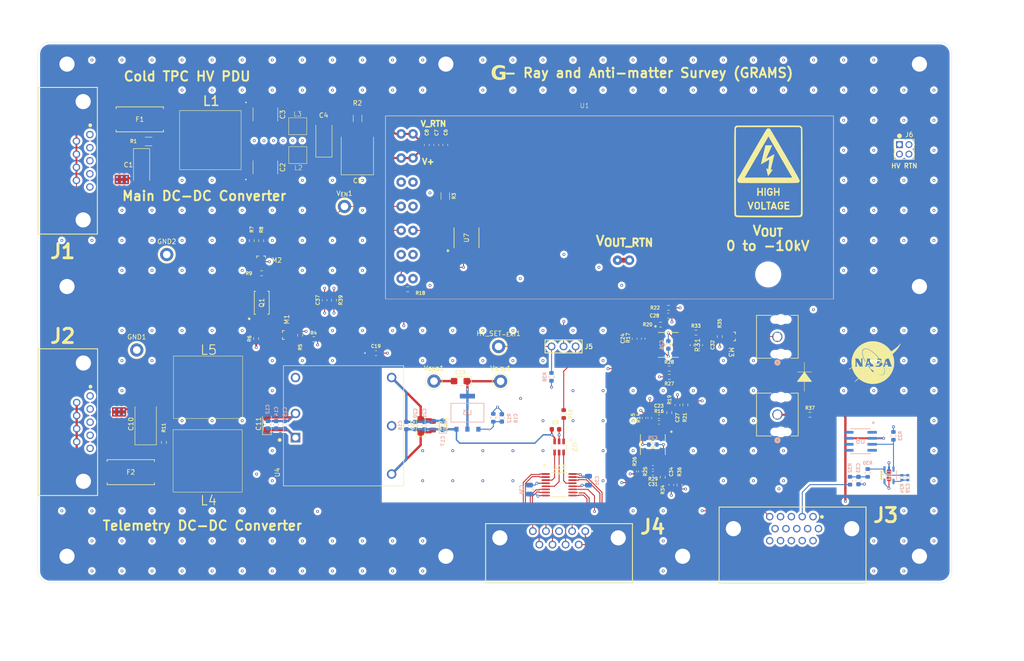
<source format=kicad_pcb>
(kicad_pcb (version 20241229) (generator "pcbnew") (generator_version "9.0")
  (layers (0 "F.Cu" signal) (4 "In1.Cu" signal) (6 "In2.Cu" signal) (8 "In3.Cu" signal) (10 "In4.Cu" signal) (12 "In5.Cu" signal) (14 "In6.Cu" signal) (2 "B.Cu" signal) (13 "F.Paste" user) (15 "B.Paste" user) (5 "F.SilkS" user "F.Silkscreen") (7 "B.SilkS" user "B.Silkscreen") (1 "F.Mask" user) (3 "B.Mask" user) (25 "Edge.Cuts" user))
  (net 0 "")
  (net 2 "/V_SEC_RTN")
  (net 3 "Net-(C1-Pad1)")
  (net 4 "Net-(C2-Pad1)")
  (net 5 "GNDPWR")
  (net 6 "Net-(C3-Pad2)")
  (net 7 "/Main_DCDC_Converter/V_IN")
  (net 8 "/Main_DCDC_Converter/V_RTN")
  (net 9 "Net-(C5-Pad2)")
  (net 10 "/V3p3")
  (net 11 "/V3p3_RTN")
  (net 12 "Net-(C10-Pad1)")
  (net 13 "/V_TELEM_RTN")
  (net 14 "/Telemetry_DCDC_Converter/V_POS")
  (net 15 "/Telemetry_DCDC_Converter/V_RTN")
  (net 16 "/P5V")
  (net 17 "Net-(U3-SET)")
  (net 18 "Net-(U5A--INA)")
  (net 19 "Net-(U5A-A_OUT)")
  (net 20 "Net-(U6A-A_OUT)")
  (net 21 "Net-(U6A--INA)")
  (net 22 "Net-(C27-Pad2)")
  (net 23 "Net-(U9-OUT)")
  (net 24 "Net-(U9--IN)")
  (net 25 "Net-(U5B--INB)")
  (net 26 "Net-(U5B-B_OUT)")
  (net 27 "Net-(U6B--INB)")
  (net 28 "Net-(U6B-B_OUT)")
  (net 29 "/5V_REF")
  (net 30 "Net-(C33-Pad2)")
  (net 31 "Net-(F1-Pad2)")
  (net 32 "/V_SEC_IN")
  (net 33 "/V_TELEM_IN")
  (net 36 "/HV_I_MON_Telem")
  (net 40 "/TEMP_1_Telem")
  (net 44 "/HV_MON_Telem")
  (net 45 "/TEMP_0_Telem")
  (net 46 "/Enable+")
  (net 48 "/SCLK+")
  (net 49 "/Data_In+")
  (net 50 "/Data_In-")
  (net 51 "/Enable-")
  (net 52 "/SYNC_n+")
  (net 53 "/SYNC_n-")
  (net 54 "/SCLK-")
  (net 55 "/HV_EN")
  (net 56 "Net-(P1-Pad1)")
  (net 57 "Net-(Q1-Pad1)")
  (net 58 "Net-(U1-V_MODE)")
  (net 59 "/Enable_SIG")
  (net 60 "Net-(U2-VOUT)")
  (net 61 "/HV_MON")
  (net 62 "Net-(U5A-+INA)")
  (net 63 "/Telemetry_CKT/TEMP_0")
  (net 64 "/Telemetry_CKT/TEMP_1")
  (net 65 "/HV_I_MON")
  (net 66 "Net-(U5B-+INB)")
  (net 67 "Net-(U6B-+INB)")
  (net 68 "/HV_RTN")
  (net 69 "/HV_SET_CKT/SCLK")
  (net 70 "/HV_SET_CKT/SYNC_n")
  (net 71 "/HV_SET_CKT/D_IN")
  (net 86 "Net-(F2-Pad2)")
  (net 87 "Net-(C28-Pad2)")
  (net 88 "Net-(C34-Pad2)")
  (net 89 "/HV_SET_EXT")
  (net 90 "/Main_DCDC_Converter/HV_SET")
  (net 91 "/HV_SET_INT")
  (net 92 "Net-(M3-Pad1)")
  (net 93 "Net-(M3-Pad3)")
  (net 94 "Net-(M2-Pad1)")
  (net 95 "Net-(M1-Pad1)")
  (net 96 "Net-(M1-Pad3)")
  (footprint "Resistor_SMD:R_0603_1608Metric" (layer "F.Cu") (at 219.345 146.9538 -90)
    (property "Reference" "R36")
    (property "Value" "24.9")
  )
  (footprint "Resistor_SMD:R_0402_1005Metric" (layer "F.Cu") (at 211.055 144.0738 90)
    (property "Reference" "R25")
    (property "Value" "51.7k")
  )
  (footprint "TestPoint:TestPoint_Keystone_5005-5009_Compact" (layer "F.Cu") (at 104.73 118.41)
    (property "Reference" "GND1")
    (property "Value" "TestPoint")
  )
  (footprint "Capacitor_Tantalum_SMD:CP_EIA-3216-12_Kemet-S" (layer "F.Cu") (at 132.21 134 90)
    (property "Reference" "C11")
    (property "Value" "10uF")
  )
  (footprint "Resistor_SMD:R_0603_1608Metric" (layer "F.Cu") (at 220.575 129.9938 90)
    (property "Reference" "R21")
    (property "Value" "24.9")
  )
  (footprint "MountingHole:MountingHole_3.2mm_M3_Pad" (layer "F.Cu") (at 270 58)
    (property "Reference" "H3" (hide yes))
    (property "Value" "MountingHole_Pad")
  )
  (footprint "Resistor_SMD:R_0402_1005Metric" (layer "F.Cu") (at 221.97 117.38 -90)
    (property "Reference" "R31")
    (property "Value" "10k")
  )
  (footprint "MountingHole:MountingHole_3.2mm_M3_Pad" (layer "F.Cu") (at 90 105)
    (property "Reference" "H2" (hide yes))
    (property "Value" "MountingHole_Pad")
  )
  (footprint "TE_Connectivity:conn1_1-1123824-1_TEC" (layer "F.Cu") (at 240 132.0498 90)
    (property "Reference" "P1")
    (property "Value" "1-1123824-1")
  )
  (footprint "Capacitor_Tantalum_SMD:CP_EIA-7343-20_Kemet-V" (layer "F.Cu") (at 106.61 134.041 90)
    (property "Reference" "C10")
    (property "Value" "100uF")
  )
  (footprint "MountingHole:MountingHole_3.2mm_M3_Pad" (layer "F.Cu") (at 170 58)
    (property "Reference" "H6" (hide yes))
    (property "Value" "MountingHole_Pad")
  )
  (footprint "Resistor_SMD:R_0603_1608Metric" (layer "F.Cu") (at 129.01 95.305 -90)
    (property "Reference" "R7")
    (property "Value" "15k")
  )
  (footprint "Resistor_SMD:R_0603_1608Metric" (layer "F.Cu") (at 227.84 115.56 90)
    (property "Reference" "R35")
    (property "Value" "100k")
  )
  (footprint "Wurth_Elektronik:618015330923" (layer "F.Cu") (at 243.21 162.65)
    (property "Reference" "J3")
    (property "Value" "618015330923" (hide yes))
  )
  (footprint "Resistor_SMD:R_0805_2012Metric" (layer "F.Cu") (at 167.2 134.41 90)
    (property "Reference" "R13")
    (property "Value" "(DNI)")
  )
  (footprint "CoilCraft:MLC1538-" (layer "F.Cu") (at 127 143.501 90)
    (property "Reference" "L4")
    (property "Value" "1.5uH")
  )
  (footprint "Resistor_SMD:R_0402_1005Metric" (layer "F.Cu") (at 211.845 132.7638 90)
    (property "Reference" "R15")
    (property "Value" "100k")
  )
  (footprint "Capacitor_SMD:C_0603_1608Metric" (layer "F.Cu") (at 144.39 107.89 -90)
    (property "Reference" "C37")
    (property "Value" "0.1uF")
  )
  (footprint "Analog_Devices:R_8_ADI" (layer "F.Cu") (at 216.98 117.335)
    (property "Reference" "U6")
    (property "Value" "LTC2051HV")
  )
  (footprint "CoilCraft:LP3030" (layer "F.Cu") (at 136.836 79.014)
    (property "Reference" "L2")
    (property "Value" "15uH")
  )
  (footprint "Capacitor_SMD:C_0603_1608Metric" (layer "F.Cu") (at 169.88 75.085 90)
    (property "Reference" "C6")
    (property "Value" "1uF")
  )
  (footprint "Capacitor_SMD:C_0603_1608Metric" (layer "F.Cu") (at 218.895 130.0488 -90)
    (property "Reference" "C27")
    (property "Value" "1uF")
  )
  (footprint "Resistor_SMD:R_1206_3216Metric" (layer "F.Cu") (at 169.88 85.885 -90)
    (property "Reference" "R3")
    (property "Value" "10k")
  )
  (footprint "Resistor_SMD:R_0603_1608Metric" (layer "F.Cu") (at 129.95 116.015 90)
    (property "Reference" "R6")
    (property "Value" "180")
  )
  (footprint "CoilCraft:MSD1260T-105" (layer "F.Cu") (at 115.27 71.315 -90)
    (property "Reference" "L1")
    (property "Value" "MSD1260T-105K")
  )
  (footprint "TestPoint:TestPoint_Keystone_5005-5009_Compact" (layer "F.Cu") (at 181.56 125.02)
    (property "Reference" "V_{3.3V}1")
    (property "Value" "TestPoint")
  )
  (footprint "ISOCOM:ISP281D_ISO" (layer "F.Cu") (at 131.12 108.435 90)
    (property "Reference" "Q1")
    (property "Value" "ISP281D")
  )
  (footprint "Capacitor_SMD:C_0603_1608Metric" (layer "F.Cu") (at 217.605 146.9038 90)
    (property "Reference" "C34")
    (property "Value" "1uF")
  )
  (footprint "Capacitor_Tantalum_SMD:CP_EIA-6032-15_Kemet-U" (layer "F.Cu") (at 144.25 73.895 90)
    (property "Reference" "C4")
    (property "Value" "33uF")
  )
  (footprint "Resistor_SMD:R_0603_1608Metric" (layer "F.Cu") (at 142.11 116.115)
    (property "Reference" "R4")
    (property "Value" "835")
  )
  (footprint "Wurth_Elektronik:61300311121" (layer "F.Cu") (at 194.86 117.66 180)
    (property "Reference" "J5")
    (property "Value" "61300311121")
  )
  (footprint "Capacitor_SMD:C_0603_1608Metric" (layer "F.Cu") (at 165.98 75.085 90)
    (property "Reference" "C8")
    (property "Value" "0.01uF")
  )
  (footprint "MountingHole:MountingHole_3.2mm_M3_Pad" (layer "F.Cu") (at 270 105)
    (property "Reference" "H9" (hide yes))
    (property "Value" "MountingHole_Pad")
  )
  (footprint "Resistor_SMD:R_0603_1608Metric" (layer "F.Cu") (at 217.01 109.5)
    (property "Reference" "R22")
    (property "Value" "24.9")
  )
  (footprint "Resistor_SMD:R_1206_3216Metric" (layer "F.Cu") (at 107.23 74.3525)
    (property "Reference" "R1")
    (property "Value" "10")
  )
  (footprint "Resistor_SMD:R_0402_1005Metric" (layer "F.Cu") (at 209.885 144.0738 -90)
    (property "Reference" "R26")
    (property "Value" "100k")
  )
  (footprint "Little_Fuse:0154Series_LTF" (layer "F.Cu") (at 105.37 69.67)
    (property "Reference" "F1")
    (property "Value" "0154.800DR")
  )
  (footprint "Capacitor_Tantalum_SMD:CP_EIA-6032-15_Kemet-U" (layer "F.Cu") (at 105.75 79.6125 -90)
    (property "Reference" "C1")
    (property "Value" "33uF")
  )
  (footprint "Advanced_Energy:10A12-N4-I5" (layer "F.Cu") (at 160.56 72.745)
    (property "Reference" "U1")
    (property "Value" "10A12-N4-I5")
  )
  (footprint "Resistor_SMD:R_0603_1608Metric" (layer "F.Cu") (at 217.17 122.35)
    (property "Reference" "R28")
    (property "Value" "100k")
  )
  (footprint "Capacitor_SMD:C_0603_1608Metric" (layer "F.Cu") (at 263.57 144.88 90)
    (property "Reference" "C30")
    (property "Value" "0.1uF")
  )
  (footprint "Capacitor_Tantalum_SMD:CP_EIA-7260-15_AVX-R" (layer "F.Cu") (at 151.31 77.025 90)
    (property "Reference" "C5")
    (property "Value" "150uF")
  )
  (footprint "Capacitor_Tantalum_SMD:CP_EIA-3216-10_Kemet-I" (layer "F.Cu") (at 173.08 124.99 180)
    (property "Reference" "C13")
    (property "Value" "1uF")
  )
  (footprint "Resistor_SMD:R_0603_1608Metric" (layer "F.Cu") (at 146.36 107.89 -90)
    (property "Reference" "R39")
    (property "Value" "1k")
  )
  (footprint "Resistor_SMD:R_0603_1608Metric" (layer "F.Cu") (at 222.81 114.74)
    (property "Reference" "R33")
    (property "Value" "24.9")
  )
  (footprint "NASA_Meatball:Small_Meatball" (layer "F.Cu") (at 260.604 120.904)
    (property "Reference" "G***" (hide yes))
    (property "Value" "LOGO" (hide yes))
  )
  (footprint "MountingHole:MountingHole_3.2mm_M3_Pad" (layer "F.Cu") (at 170 162)
    (property "Reference" "H8" (hide yes))
    (property "Value" "MountingHole_Pad")
  )
  (footprint "MountingHole:MountingHole_3.2mm_M3_Pad" (layer "F.Cu") (at 220 162)
    (property "Reference" "H4" (hide yes))
    (property "Value" "MountingHole_Pad")
  )
  (footprint "Molex:CONN04" (layer "F.Cu") (at 265.779999 75.009999)
    (property "Reference" "J6")
    (property "Value" "877580416")
  )
  (footprint "Capacitor_SMD:C_0603_1608Metric" (layer "F.Cu") (at 193.145 135.17)
    (property "Reference" "C9")
    (property "Value" "0.1uF")
  )
  (footprint "Toshiba_Semi:SSM_TOS" (layer "F.Cu") (at 230.63 115.56 -90)
    (property "Reference" "M3")
    (property "Value" "SSM3K15AFS_LF")
  )
  (footprint "MountingHole:MountingHole_3.2mm_M3_Pad" (layer "F.Cu") (at 270 162)
    (property "Reference" "H7" (hide yes))
    (property "Value" "MountingHole_Pad")
  )
  (footprint "Resistor_SMD:R_0402_1005Metric" (layer "F.Cu") (at 214.985 133.7038 180)
    (property "Reference" "R16")
    (property "Value" "10k")
  )
  (footprint "Analog_Devices:R_8_ADI" (layer "F.Cu") (at 213.7 138.4 -90)
    (property "Reference" "U5")
    (property "Value" "LTC2051HV")
  )
  (footprint "Wurth_Elektronik:618009231121" (layer "F.Cu") (at 193.9 164.41)
    (property "Reference" "J4")
    (property "Value" "618009231121" (hide yes))
  )
  (footprint "Resistor_SMD:R_0603_1608Metric" (layer "F.Cu") (at 131 95.305 -90)
    (property "Reference" "R8")
    (property "Value" "20k")
  )
  (footprint "Wurth_Elektronik:618009231221" (layer "F.Cu") (at 87.16 133.66 -90)
    (property "Reference" "J2")
    (property "Value" "618009231221" (hide yes))
  )
  (footprint "Capacitor_SMD:C_0603_1608Metric" (layer "F.Cu") (at 209.86 116.025 90)
    (property "Reference" "C24")
    (property "Value" "1uF")
  )
  (footprint "CUI:CONV_PDQ10-Q24-D5-D" (layer "F.Cu") (at 148.3975 134.43 90)
    (property "Reference" "U4")
    (property "Value" "PDQ10-Q24-S5-D")
  )
  (footprint "TestPoint:TestPoint_Keystone_5005-5009_Compact" (layer "F.Cu") (at 167.49 124.99)
    (property "Reference" "V_{GND}1")
    (property "Value" "TestPoint")
  )
  (footprint "Resistor_SMD:R_0603_1608Metric" (layer "F.Cu") (at 139.24 115.295 90)
    (property "Reference" "R5")
    (property "Value" "1k")
  )
  (footprint "Capacitor_Tantalum_SMD:CP_EIA-3216-10_Kemet-I" (layer "F.Cu") (at 164.68 134.425 90)
    (property "Reference" "C22")
    (property "Value" "10uF")
  )
  (footprint "Capacitor_SMD:C_2220_5750Metric" (layer "F.Cu") (at 131.89 79.815 -90)
    (property "Reference" "C2")
    (property "Value" "2200pF")
  )
  (footprint "TestPoint:TestPoint_Keystone_5005-5009_Compact" (layer "F.Cu") (at 181.13 117.68)
    (property "Reference" "HV_SET_{-EXT}1")
    (property "Value" "TestPoint")
  )
  (footprint "Toshiba_Semi:SSM_TOS" (layer "F.Cu") (at 131 99.075)
    (property "Reference" "M2")
    (property "Value" "SSM3K15AFS_LF")
  )
  (footprint "Resistor_SMD:R_0603_1608Metric" (layer "F.Cu") (at 217.18 124.1 180)
    (property "Reference" "R27")
    (property "Value" "100k")
  )
  (footprint "Capacitor_SMD:C_0603_1608Metric" (layer "F.Cu") (at 167.97 75.085 90)
    (property "Reference" "C7")
    (property "Value" "0.1uF")
  )
  (footprint "CoilCraft:MLC1538-" (layer "F.Cu") (at 127.08 127.941 90)
    (property "Reference" "L5")
    (property "Value" "1.5uH")
  )
  (footprint "MountingHole:MountingHole_3.2mm_M3_Pad" (layer "F.Cu") (at 90 162)
    (property "Reference" "H5" (hide yes))
    (property "Value" "MountingHole_Pad")
  )
  (footprint "MountingHole:MountingHole_3.2mm_M3_Pad" (layer "F.Cu") (at 90 58)
    (property "Reference" "H1" (hide yes))
    (property "Value" "MountingHole_Pad")
  )
  (footprint "Resistor_SMD:R_0603_1608Metric" (layer "F.Cu") (at 215.795 145.3038 -90)
    (property "Reference" "R34")
    (property "Value" "24.9")
  )
  (footprint "Capacitor_SMD:C_0603_1608Metric" (layer "F.Cu") (at 155.25 119.07 180)
    (property "Reference" "C19")
    (property "Value" "0.1uF")
  )
  (footprint "CoilCraft:LP3030" (layer "F.Cu") (at 136.816 72.904)
    (property "Reference" "L3")
    (property "Value" "15uH")
  )
  (footprint "Resistor_SMD:R_0603_1608Metric" (layer "F.Cu") (at 215.33 113.04)
    (property "Reference" "R20")
    (property "Value" "24.9")
  )
  (footprint "Texas_Instruments:MK06A" (layer "F.Cu") (at 193.915 138.9 -90)
    (property "Reference" "U2")
    (property "Value" "DAC121S101CIMKX/NOPB")
  )
  (footprint "Resistor_SMD:R_0603_1608Metric" (layer "F.Cu") (at 131.09 102.195)
    (property "Reference" "R9")
    (property "Value" "5k")
  )
  (footprint "Resistor_SMD:R_0603_1608Metric" (layer "F.Cu") (at 246.888 132.1)
    (property "Reference" "R37")
    (property "Value" "150")
  )
  (footprint "Capacitor_SMD:C_0603_1608Metric" (layer "F.Cu") (at 223.69 117.4 90)
    (property "Reference" "C32")
    (property "Value" "1uF")
  )
  (footprint "Little_Fuse:0154Series_LTF" (layer "F.Cu") (at 103.46 144.23)
    (property "Reference" "F2")
    (property "Value" "Fuse")
  )
  (footprint "Resistor_SMD:R_0402_1005Metric" (layer "F.Cu") (at 213.725 144.4838)
    (property "Reference" "C31")
    (property "Value" "1uF")
  )
  (footprint "Wurth_Elektronik:618009231221" (layer "F.Cu") (at 87.11 78.42 -90)
    (property "Reference" "J1")
    (property "Value" "618009231221" (hide yes))
  )
  (footprint "Resistor_SMD:R_0603_1608Metric" (layer "F.Cu") (at 161.94 105.555 180)
    (property "Reference" "R18")
    (property "Value" "8.06K")
  )
  (footprint "Resistor_SMD:R_0402_1005Metric" (layer "F.Cu") (at 213.725 143.2138 180)
    (property "Reference" "R29")
    (property "Value" "10k")
  )
  (footprint "Capacitor_SMD:C_0603_1608Metric" (layer "F.Cu") (at 216.96 111.16 180)
    (property "Reference" "C28")
    (property "Value" "1uF")
  )
  (footprint "Resistor_SMD:R_1206_3216Metric" (layer "F.Cu") (at 151.35 69.4875 90)
    (property "Reference" "R2")
    (property "Value" "0.1")
  )
  (footprint "Capacitor_SMD:C_2220_5750Metric" (layer "F.Cu") (at 131.89 68.645 -90)
    (property "Reference" "C3")
    (property "Value" "2200pF")
  )
  (footprint "Resistor_SMD:R_0603_1608Metric" (layer "F.Cu") (at 110.46 137.94 90)
    (property "Reference" "R11")
    (property "Value" "10")
  )
  (footprint "TestPoint:TestPoint_Keystone_5005-5009_Compact" (layer "F.Cu") (at 111.06 98.24)
    (property "Reference" "GND2")
    (property "Value" "TestPoint")
  )
  (footprint "Toshiba_Semi:SSM_TOS" (layer "F.Cu") (at 136.015 115.239999 90)
    (property "Reference" "M1")
    (property "Value" "SSM3K15AFS_LF")
  )
  (footprint "Analog_Devices:R_8_ADI" (layer "F.Cu") (at 174.36 94.705 90)
    (property "Reference" "U7")
    (property "Value" "AD590JRZ-RL")
  )
  (footprint "Resistor_SMD:R_0402_1005Metric" (layer "F.Cu") (at 213.065 132.7638 -90)
    (property "Reference" "R14")
    (property "Value" "51.7k")
  )
  (footprint "TE_Connectivity:conn1_1-1123824-1_TEC" (layer "F.Cu") (at 240 115.62 90)
    (property "Reference" "P2")
    (property "Value" "1-1123824-1")
  )
  (footprint "Texas_Instruments:SN65LVDS33PWR_16TSSOP" (layer "F.Cu") (at 193.915 146.89)
    (property "Reference" "U10")
    (property "Value" "SN65LVDS33PWR")
  )
  (footprint "Resistor_SMD:R_0402_1005Metric" (layer "F.Cu") (at 214.985 132.5038)
    (property "Reference" "C23")
    (property "Value" "1uF")
  )
  (footprint "Resistor_SMD:R_0603_1608Metric" (layer "F.Cu") (at 217.185 131.6688 90)
    (property "Reference" "R19")
    (property "Value" "24.9")
  )
  (footprint "Warning_Symbols:High_Voltage" (layer "F.Cu") (at 238.08 80.58)
    (property "Reference" "G***" (hide yes))
    (property "Value" "LOGO" (hide yes))
  )
  (footprint "Resistor_SMD:R_0603_1608Metric" (layer "F.Cu") (at 194.88 131.95 -90)
    (property "Reference" "R10")
    (property "Value" "49.9")
  )
  (footprint "TestPoint:TestPoint_Keystone_5005-5009_Compact" (layer "F.Cu") (at 148.59 88.075)
    (property "Reference" "V_{EN}1")
    (property "Value" "TestPoint")
  )
  (footprint "Resistor_SMD:R_0402_1005Metric" (layer "F.Cu") (at 211.67 116.025 -90)
    (property "Reference" "R17")
    (property "Value" "10k")
  )
  (footprint "Resistor_SMD:R_0603_1608Metric" (layer "B.Cu") (at 264.51 136.56 90)
    (property "Reference" "R23")
    (property "Value" "8.06K")
  )
  (footprint "Capacitor_SMD:C_0805_2012Metric" (layer "B.Cu") (at 187.655 147.91 -90)
    (property "Reference" "C36")
    (property "Value" "0.1uF")
  )
  (footprint "Capacitor_SMD:C_0603_1608Metric" (layer "B.Cu") (at 257.13 145.995 90)
    (property "Reference" "C33")
    (property "Value" "1uF")
  )
  (footprint "Capacitor_SMD:C_0603_1608Metric" (layer "B.Cu") (at 161.65 134.38 90)
    (property "Reference" "C18")
    (property "Value" "0.01uF")
  )
  (footprint "Capacitor_SMD:C_0603_1608Metric" (layer "B.Cu") (at 134.16 134.21 90)
    (property "Reference" "C14")
    (property "Value" "0.1uF")
  )
  (footprint "Resistor_SMD:R_0603_1608Metric" (layer "B.Cu") (at 192.3 124.09 -90)
    (property "Reference" "R38")
    (property "Value" "100k")
  )
  (footprint "Analog_Devices:R_8_ADI" (layer "B.Cu") (at 257.5538 137.705 180)
    (property "Reference" "U8")
    (property "Value" "AD590JRZ-RL")
  )
  (footprint "Capacitor_SMD:C_0603_1608Metric" (layer "B.Cu") (at 213.7 138.4 180)
    (property "Reference" "C25")
    (property "Value" "0.1uF")
  )
  (footprint "Capacitor_SMD:C_0603_1608Metric" (layer "B.Cu") (at 181.81 132.76 90)
    (property "Reference" "C16")
    (property "Value" "0.1uF")
  )
  (footprint "Capacitor_SMD:C_0603_1608Metric" (layer "B.Cu") (at 165.47 134.39 90)
    (property "Reference" "C21")
    (property "Value" "1uF")
  )
  (footprint "Capacitor_SMD:C_0805_2012Metric" (layer "B.Cu") (at 200.115 146.03 -90)
    (property "Reference" "C35")
    (property "Value" "0.1uF")
  )
  (footprint "Resistor_SMD:R_0603_1608Metric" (layer "B.Cu") (at 255.33 146.035 -90)
    (property "Reference" "R32")
    (property "Value" "24.9")
  )
  (footprint "Resistor_SMD:R_0603_1608Metric" (layer "B.Cu") (at 259.07 144.395 -90)
    (property "Reference" "R30")
    (property "Value" "24.9")
  )
  (footprint "Analog_Devices:S_5_ADI" (layer "B.Cu") (at 263.57 144.88 -90)
    (property "Reference" "U9")
    (property "Value" "LTC2050HVCS5-TRMPBF")
  )
  (footprint "Capacitor_SMD:C_0603_1608Metric" (layer "B.Cu") (at 216.98 117.33 -90)
    (property "Reference" "C26")
    (property "Value" "0.1uF")
  )
  (footprint "Resistor_SMD:R_0603_1608Metric" (layer "B.Cu") (at 180.02 132.74 90)
    (property "Reference" "R12")
    (property "Value" "330k")
  )
  (footprint "Capacitor_SMD:C_0603_1608Metric" (layer "B.Cu") (at 163.55 134.38 90)
    (property "Reference" "C20")
    (property "Value" "0.1uF")
  )
  (footprint "Resistor_SMD:R_0402_1005Metric" (layer "B.Cu") (at 267.55 145.39 90)
    (property "Reference" "C29")
    (property "Value" "1uF")
  )
  (footprint "Capacitor_Tantalum_SMD:CP_EIA-2012-15_AVX-P" (layer "B.Cu") (at 169.38 134.32 90)
    (property "Reference" "C17")
    (property "Value" "1.0uF")
  )
  (footprint "Capacitor_SMD:C_0603_1608Metric" (layer "B.Cu") (at 135.94 134.22 90)
    (property "Reference" "C15")
    (property "Value" "0.01uF")
  )
  (footprint "Capacitor_SMD:C_0603_1608Metric" (layer "B.Cu") (at 132.42 134.2 90)
    (property "Reference" "C12")
    (property "Value" "1uF")
  )
  (footprint "Resistor_SMD:R_0402_1005Metric" (layer "B.Cu") (at 266.29 145.39 -90)
    (property "Reference" "R24")
    (property "Value" "10k")
  )
  (footprint "Analog_Devices:SOT-3_ST_LIT" (layer "B.Cu") (at 174.55 131.66 180)
    (property "Reference" "U3")
    (property "Value" "LT3080EST-PBF")
  )
  (gr_line (start 245.70944 123.05792) (end 245.70944 121.02592) (stroke (width 0.1)) (layer "F.SilkS"))
  (gr_poly (pts (xy 244.18544 125.08992) (xy 245.70944 123.05792) (xy 247.23344 125.08992)) (stroke (width 0.1)) (fill yes) (layer "F.SilkS"))
  (gr_line (start 245.70944 127.12192) (end 245.70944 125.08992) (stroke (width 0.1)) (layer "F.SilkS"))
  (gr_line (start 244.18544 123.05792) (end 247.23344 123.05792) (stroke (width 0.1)) (layer "F.SilkS"))
  (gr_line (start 276.86 55.88) (end 276.86 165.1) (stroke (width 0.05)) (layer "Edge.Cuts"))
  (gr_arc (start 86.36 167.64) (mid 84.563949 166.896051) (end 83.82 165.1) (stroke (width 0.05)) (layer "Edge.Cuts"))
  (gr_arc (start 274.32 53.34) (mid 276.116051 54.083949) (end 276.86 55.88) (stroke (width 0.05)) (layer "Edge.Cuts"))
  (gr_arc (start 276.86 165.1) (mid 276.116051 166.896051) (end 274.32 167.64) (stroke (width 0.05)) (layer "Edge.Cuts"))
  (gr_line (start 274.32 167.64) (end 86.36 167.64) (stroke (width 0.05)) (layer "Edge.Cuts"))
  (gr_arc (start 83.82 55.88) (mid 84.563949 54.083949) (end 86.36 53.34) (stroke (width 0.05)) (layer "Edge.Cuts"))
  (gr_line (start 83.82 165.1) (end 83.82 55.88) (stroke (width 0.05)) (layer "Edge.Cuts"))
  (gr_line (start 86.36 53.34) (end 274.32 53.34) (stroke (width 0.05)) (layer "Edge.Cuts"))
  (gr_text "(DNI)" (at 170.44 135.93 90) (layer "F.SilkS") (effects (font (size 0.8 0.8)) (justify left bottom)))
  (gr_text "V+" (at 164.82 79.295 0) (layer "F.SilkS") (effects (font (size 1.2 1.2) (thickness 0.3) (bold yes)) (justify left bottom)))
  (gr_text "Cold TPC HV PDU" (at 101.77 61.76 0) (layer "F.SilkS") (effects (font (size 2 2) (thickness 0.4) (bold yes)) (justify left bottom)))
  (gr_text "V_{OUT_RTN}" (at 207.72 96.49 0) (layer "F.SilkS") (effects (font (size 2 2) (thickness 0.4) (bold yes)) (justify bottom)))
  (gr_text "G" (at 179.45 61.82 0) (layer "F.SilkS") (effects (font (size 3 3) (thickness 0.6) (bold yes)) (justify left bottom)))
  (gr_text "V_{OUT}\n0 to -10kV" (at 237.98 97.58 0) (layer "F.SilkS") (effects (font (size 2 2) (thickness 0.4) (bold yes)) (justify bottom)))
  (gr_text "- Ray and Anti-matter Survey (GRAMS)" (at 182.09 61.03 0) (layer "F.SilkS") (effects (font (size 2 2) (thickness 0.4) (bold yes)) (justify left bottom)))
  (gr_text "Telemetry DC-DC Converter" (at 97.32 156.69 0) (layer "F.SilkS") (effects (font (size 2 2) (thickness 0.4) (bold yes)) (justify left bottom)))
  (gr_text "V_RTN" (at 164.52 71.295 0) (layer "F.SilkS") (effects (font (size 1.2 1.2) (thickness 0.3) (bold yes)) (justify left bottom)))
  (gr_text "HV RTN" (at 263.94 80.09 0) (layer "F.SilkS") (effects (font (size 1 1) (thickness 0.2) (bold yes)) (justify left bottom)))
  (gr_text "Main DC-DC Converter" (at 101.42 87.02 0) (layer "F.SilkS") (effects (font (size 2 2) (thickness 0.4) (bold yes)) (justify left bottom)))
  (segment (start 114.135 75.815) (end 116.54 75.815) (width 0.4) (layer "F.Cu") (net 2))
  (segment (start 107.875 82.075) (end 114.135 75.815) (width 0.4) (layer "F.Cu") (net 2))
  (segment (start 131.499999 99.75) (end 131.499999 100.704999) (width 0.2) (layer "F.Cu") (net 2))
  (segment (start 132.73 99.745) (end 131.504999 99.745) (width 0.2) (layer "F.Cu") (net 2))
  (segment (start 105.75 82.075) (end 107.875 82.075) (width 0.4) (layer "F.Cu") (net 2))
  (segment (start 131.915 101.12) (end 131.915 102.045) (width 0.2) (layer "F.Cu") (net 2))
  (segment (start 144.39 107.115) (end 144.39 105.35) (width 0.2) (layer "F.Cu") (net 2))
  (segment (start 131.504999 99.745) (end 131.499999 99.75) (width 0.2) (layer "F.Cu") (net 2))
  (segment (start 131.499999 100.704999) (end 131.915 101.12) (width 0.2) (layer "F.Cu") (net 2))
  (segment (start 131.755 105.3108) (end 131.755 103.6) (width 0.2) (layer "F.Cu") (net 2))
  (segment (start 131.915 102.045) (end 131.915 102.195) (width 0.2) (layer "F.Cu") (net 2))
  (segment (start 105.75 82.075) (end 100.762 82.075) (width 0.4) (layer "F.Cu") (net 2))
  (segment (start 100.7695 82.0825) (end 100.556 81.869) (width 0.4) (layer "F.Cu") (net 2))
  (segment (start 131.915 103.44) (end 131.915 102.195) (width 0.2) (layer "F.Cu") (net 2))
  (segment (start 146.36 107.065) (end 146.36 105.35) (width 0.2) (layer "F.Cu") (net 2))
  (segment (start 131.755 103.6) (end 131.915 103.44) (width 0.2) (layer "F.Cu") (net 2))
  (segment (start 100.762 82.075) (end 100.556 81.869) (width 0.2) (layer "F.Cu") (net 2))
  (via (at 101.572 81.869) (size 0.6) (drill 0.3) (layers "F.Cu" "B.Cu") (net 2))
  (via (at 273.05 95.25) (size 0.6) (drill 0.3) (layers "F.Cu" "B.Cu") (net 2))
  (via (at 254 88.9) (size 0.6) (drill 0.3) (layers "F.Cu" "B.Cu") (net 2))
  (via (at 184.15 57.15) (size 0.6) (drill 0.3) (layers "F.Cu" "B.Cu") (net 2))
  (via (at 266.7 95.25) (size 0.6) (drill 0.3) (layers "F.Cu" "B.Cu") (net 2))
  (via (at 228.6 57.15) (size 0.6) (drill 0.3) (layers "F.Cu" "B.Cu") (net 2))
  (via (at 254 76.2) (size 0.6) (drill 0.3) (layers "F.Cu" "B.Cu") (net 2))
  (via (at 133.35 88.9) (size 0.6) (drill 0.3) (layers "F.Cu" "B.Cu") (net 2))
  (via (at 146.05 63.5) (size 0.6) (drill 0.3) (layers "F.Cu" "B.Cu") (net 2))
  (via (at 146.05 101.6) (size 0.6) (drill 0.3) (layers "F.Cu" "B.Cu") (net 2))
  (via (at 120.65 101.6) (size 0.6) (drill 0.3) (layers "F.Cu" "B.Cu") (net 2))
  (via (at 228.6 63.5) (size 0.6) (drill 0.3) (layers "F.Cu" "B.Cu") (net 2))
  (via (at 139.7 95.25) (size 0.6) (drill 0.3) (layers "F.Cu" "B.Cu") (net 2))
  (via (at 120.65 82.55) (size 0.6) (drill 0.3) (layers "F.Cu" "B.Cu") (net 2))
  (via (at 203.2 63.5) (size 0.6) (drill 0.3) (layers "F.Cu" "B.Cu") (net 2))
  (via (at 133.35 57.15) (size 0.6) (drill 0.3) (layers "F.Cu" "B.Cu") (net 2))
  (via (at 234.95 57.15) (size 0.6) (drill 0.3) (layers "F.Cu" "B.Cu") (net 2))
  (via (at 266.7 69.85) (size 0.6) (drill 0.3) (layers "F.Cu" "B.Cu") (net 2))
  (via (at 133.35 63.5) (size 0.6) (drill 0.3) (layers "F.Cu" "B.Cu") (net 2))
  (via (at 260.35 63.5) (size 0.6) (drill 0.3) (layers "F.Cu" "B.Cu") (net 2))
  (via (at 152.4 95.25) (size 0.6) (drill 0.3) (layers "F.Cu" "B.Cu") (net 2))
  (via (at 101.6 88.9) (size 0.6) (drill 0.3) (layers "F.Cu" "B.Cu") (net 2))
  (via (at 137.668 74.168) (size 0.6) (drill 0.3) (layers "F.Cu" "B.Cu") (net 2))
  (via (at 222.25 63.5) (size 0.6) (drill 0.3) (layers "F.Cu" "B.Cu") (net 2))
  (via (at 139.7 74.168) (size 0.6) (drill 0.3) (layers "F.Cu" "B.Cu") (net 2))
  (via (at 273.05 63.5) (size 0.6) (drill 0.3) (layers "F.Cu" "B.Cu") (net 2))
  (via (at 254 69.85) (size 0.6) (drill 0.3) (layers "F.Cu" "B.Cu") (net 2))
  (via (at 209.55 57.15) (size 0.6) (drill 0.3) (layers "F.Cu" "B.Cu") (net 2))
  (via (at 131.572 74.168) (size 0.6) (drill 0.3) (layers "F.Cu" "B.Cu") (net 2))
  (via (at 101.6 101.6) (size 0.6) (drill 0.3) (layers "F.Cu" "B.Cu") (net 2))
  (via (at 133.35 95.25) (size 0.6) (drill 0.3) (layers "F.Cu" "B.Cu") (net 2))
  (via (at 114.3 88.9) (size 0.6) (drill 0.3) (layers "F.Cu" "B.Cu") (net 2))
  (via (at 100.556 81.869) (size 0.6) (drill 0.3) (layers "F.Cu" "B.Cu") (net 2))
  (via (at 254 82.55) (size 0.6) (drill 0.3) (layers "F.Cu" "B.Cu") (net 2))
  (via (at 132.73 99.745) (size 0.6) (drill 0.3) (layers "F.Cu" "B.Cu") (net 2))
  (via (at 177.8 57.15) (size 0.6) (drill 0.3) (layers "F.Cu" "B.Cu") (net 2))
  (via (at 247.65 57.15) (size 0.6) (drill 0.3) (layers "F.Cu" "B.Cu") (net 2))
  (via (at 241.3 57.15) (size 0.6) (drill 0.3) (layers "F.Cu" "B.Cu") (net 2))
  (via (at 152.4 101.6) (size 0.6) (drill 0.3) (layers "F.Cu" "B.Cu") (net 2))
  (via (at 120.65 95.25) (size 0.6) (drill 0.3) (layers "F.Cu" "B.Cu") (net 2))
  (via (at 215.9 63.5) (size 0.6) (drill 0.3) (layers "F.Cu" "B.Cu") (net 2))
  (via (at 127 63.5) (size 0.6) (drill 0.3) (layers "F.Cu" "B.Cu") (net 2))
  (via (at 102.588 81.869) (size 0.6) (drill 0.3) (layers "F.Cu" "B.Cu") (net 2))
  (via (at 139.7 101.6) (size 0.6) (drill 0.3) (layers "F.Cu" "B.Cu") (net 2))
  (via (at 260.35 57.15) (size 0.6) (drill 0.3) (layers "F.Cu" "B.Cu") (net 2))
  (via (at 139.7 82.55) (size 0.6) (drill 0.3) (layers "F.Cu" "B.Cu") (net 2))
  (via (at 152.4 63.5) (size 0.6) (drill 0.3) (layers "F.Cu" "B.Cu") (net 2))
  (via (at 95.25 57.15) (size 0.6) (drill 0.3) (layers "F.Cu" "B.Cu") (net 2))
  (via (at 146.36 105.35) (size 0.6) (drill 0.3) (layers "F.Cu" "B.Cu") (net 2))
  (via (at 120.65 63.5) (size 0.6) (drill 0.3) (layers "F.Cu" "B.Cu") (net 2))
  (via (at 114.3 101.6) (size 0.6) (drill 0.3) (layers "F.Cu" "B.Cu") (net 2))
  (via (at 254 95.25) (size 0.6) (drill 0.3) (layers "F.Cu" "B.Cu") (net 2))
  (via (at 260.35 76.2) (size 0.6) (drill 0.3) (layers "F.Cu" "B.Cu") (net 2))
  (via (at 146.05 82.55) (size 0.6) (drill 0.3) (layers "F.Cu" "B.Cu") (net 2))
  (via (at 254 101.6) (size 0.6) (drill 0.3) (layers "F.Cu" "B.Cu") (net 2))
  (via (at 139.7 63.5) (size 0.6) (drill 0.3) (layers "F.Cu" "B.Cu") (net 2))
  (via (at 139.7 57.15) (size 0.6) (drill 0.3) (layers "F.Cu" "B.Cu") (net 2))
  (via (at 260.35 88.9) (size 0.6) (drill 0.3) (layers "F.Cu" "B.Cu") (net 2))
  (via (at 152.4 88.9) (size 0.6) (drill 0.3) (layers "F.Cu" "B.Cu") (net 2))
  (via (at 209.55 63.5) (size 0.6) (drill 0.3) (layers "F.Cu" "B.Cu") (net 2))
  (via (at 254 63.5) (size 0.6) (drill 0.3) (layers "F.Cu" "B.Cu") (net 2))
  (via (at 100.556 82.885) (size 0.6) (drill 0.3) (layers "F.Cu" "B.Cu") (net 2))
  (via (at 254 57.15) (size 0.6) (drill 0.3) (layers "F.Cu" "B.Cu") (net 2))
  (via (at 234.95 63.5) (size 0.6) (drill 0.3) (layers "F.Cu" "B.Cu") (net 2))
  (via (at 120.65 57.15) (size 0.6) (drill 0.3) (layers "F.Cu" "B.Cu") (net 2))
  (via (at 273.05 76.2) (size 0.6) (drill 0.3) (layers "F.Cu" "B.Cu") (net 2))
  (via (at 135.636 74.168) (size 0.6) (drill 0.3) (layers "F.Cu" "B.Cu") (net 2))
  (via (at 215.9 57.15) (size 0.6) (drill 0.3) (layers "F.Cu" "B.Cu") (net 2))
  (via (at 129.54 74.168) (size 0.6) (drill 0.3) (layers "F.Cu" "B.Cu") (net 2))
  (via (at 114.3 63.5) (size 0.6) (drill 0.3) (layers "F.Cu" "B.Cu") (net 2))
  (via (at 266.7 88.9) (size 0.6) (drill 0.3) (layers "F.Cu" "B.Cu") (net 2))
  (via (at 260.35 95.25) (size 0.6) (drill 0.3) (layers "F.Cu" "B.Cu") (net 2))
  (via (at 102.588 82.885) (size 0.6) (drill 0.3) (layers "F.Cu" "B.Cu") (net 2))
  (via (at 273.05 88.9) (size 0.6) (drill 0.3) (layers "F.Cu" "B.Cu") (net 2))
  (via (at 247.65 63.5) (size 0.6) (drill 0.3) (layers "F.Cu" "B.Cu") (net 2))
  (via (at 152.4 82.55) (size 0.6) (drill 0.3) (layers "F.Cu" "B.Cu") (net 2))
  (via (at 146.05 95.25) (size 0.6) (drill 0.3) (layers "F.Cu" "B.Cu") (net 2))
  (via (at 107.95 101.6) (size 0.6) (drill 0.3) (layers "F.Cu" "B.Cu") (net 2))
  (via (at 107.95 95.25) (size 0.6) (drill 0.3) (layers "F.Cu" "B.Cu") (net 2))
  (via (at 260.35 69.85) (size 0.6) (drill 0.3) (layers "F.Cu" "B.Cu") (net 2))
  (via (at 101.572 82.885) (size 0.6) (drill 0.3) (layers "F.Cu" "B.Cu") (net 2))
  (via (at 114.3 82.55) (size 0.6) (drill 0.3) (layers "F.Cu" "B.Cu") (net 2))
  (via (at 158.75 63.5) (size 0.6) (drill 0.3) (layers "F.Cu" "B.Cu") (net 2))
  (via (at 101.6 57.15) (size 0.6) (drill 0.3) (layers "F.Cu" "B.Cu") (net 2))
  (via (at 146.05 57.15) (size 0.6) (drill 0.3) (layers "F.Cu" "B.Cu") (net 2))
  (via (at 241.3 63.5) (size 0.6) (drill 0.3) (layers "F.Cu" "B.Cu") (net 2))
  (via (at 127 95.25) (size 0.6) (drill 0.3) (layers "F.Cu" "B.Cu") (net 2))
  (via (at 127 57.15) (size 0.6) (drill 0.3) (layers "F.Cu" "B.Cu") (net 2))
  (via (at 158.75 57.15) (size 0.6) (drill 0.3) (layers "F.Cu" "B.Cu") (net 2))
  (via (at 88.9 95.25) (size 0.6) (drill 0.3) (layers "F.Cu" "B.Cu") (net 2))
  (via (at 184.15 63.5) (size 0.6) (drill 0.3) (layers "F.Cu" "B.Cu") (net 2))
  (via (at 260.35 82.55) (size 0.6) (drill 0.3) (layers "F.Cu" "B.Cu") (net 2))
  (via (at 127 101.6) (size 0.6) (drill 0.3) (layers "F.Cu" "B.Cu") (net 2))
  (via (at 107.95 88.9) (size 0.6) (drill 0.3) (layers "F.Cu" "B.Cu") (net 2))
  (via (at 260.35 101.6) (size 0.6) (drill 0.3) (layers "F.Cu" "B.Cu") (net 2))
  (via (at 114.3 57.15) (size 0.6) (drill 0.3) (layers "F.Cu" "B.Cu") (net 2))
  (via (at 196.85 57.15) (size 0.6) (drill 0.3) (layers "F.Cu" "B.Cu") (net 2))
  (via (at 266.7 63.5) (size 0.6) (drill 0.3) (layers "F.Cu" "B.Cu") (net 2))
  (via (at 266.7 82.55) (size 0.6) (drill 0.3) (layers "F.Cu" "B.Cu") (net 2))
  (via (at 114.3 95.25) (size 0.6) (drill 0.3) (layers "F.Cu" "B.Cu") (net 2))
  (via (at 133.604 74.168) (size 0.6) (drill 0.3) (layers "F.Cu" "B.Cu") (net 2))
  (via (at 190.5 57.15) (size 0.6) (drill 0.3) (layers "F.Cu" "B.Cu") (net 2))
  (via (at 273.05 82.55) (size 0.6) (drill 0.3) (layers "F.Cu" "B.Cu") (net 2))
  (via (at 196.85 63.5) (size 0.6) (drill 0.3) (layers "F.Cu" "B.Cu") (net 2))
  (via (at 144.39 105.35) (size 0.6) (drill 0.3) (layers "F.Cu" "B.Cu") (net 2))
  (via (at 127 88.9) (size 0.6) (drill 0.3) (layers "F.Cu" "B.Cu") (net 2))
  (via (at 95.25 95.25) (size 0.6) (drill 0.3) (layers "F.Cu" "B.Cu") (net 2))
  (via (at 139.7 88.9) (size 0.6) (drill 0.3) (layers "F.Cu" "B.Cu") (net 2))
  (via (at 152.4 57.15) (size 0.6) (drill 0.3) (layers "F.Cu" "B.Cu") (net 2))
  (via (at 190.5 63.5) (size 0.6) (drill 0.3) (layers "F.Cu" "B.Cu") (net 2))
  (via (at 273.05 69.85) (size 0.6) (drill 0.3) (layers "F.Cu" "B.Cu") (net 2))
  (via (at 165.1 63.5) (size 0.6) (drill 0.3) (layers "F.Cu" "B.Cu") (net 2))
  (via (at 177.8 63.5) (size 0.6) (drill 0.3) (layers "F.Cu" "B.Cu") (net 2))
  (via (at 203.2 57.15) (size 0.6) (drill 0.3) (layers "F.Cu" "B.Cu") (net 2))
  (via (at 120.65 88.9) (size 0.6) (drill 0.3) (layers "F.Cu" "B.Cu") (net 2))
  (via (at 165.1 57.15) (size 0.6) (drill 0.3) (layers "F.Cu" "B.Cu") (net 2))
  (via (at 101.6 95.25) (size 0.6) (drill 0.3) (layers "F.Cu" "B.Cu") (net 2))
  (via (at 107.95 57.15) (size 0.6) (drill 0.3) (layers "F.Cu" "B.Cu") (net 2))
  (via (at 222.25 57.15) (size 0.6) (drill 0.3) (layers "F.Cu" "B.Cu") (net 2))
  (segment (start 105.75 77.15) (end 105.75 74.37) (width 0.4) (layer "F.Cu") (net 3))
  (segment (start 105.75 74.37) (end 105.7675 74.3525) (width 0.2) (layer "F.Cu") (net 3))
  (segment (start 105.735 77.135) (end 105.75 77.15) (width 0.2) (layer "F.Cu") (net 3))
  (segment (start 131.89 77.265) (end 137.56 77.265) (width 0.4) (layer "F.Cu") (net 4))
  (segment (start 137.56 77.265) (end 137.586 77.239) (width 0.4) (layer "F.Cu") (net 4))
  (segment (start 124.16 75.815) (end 127.26 75.815) (width 0.4) (layer "F.Cu") (net 4))
  (segment (start 128.71 77.265) (end 131.89 77.265) (width 0.4) (layer "F.Cu") (net 4))
  (segment (start 127.26 75.815) (end 128.71 77.265) (width 0.4) (layer "F.Cu") (net 4))
  (segment (start 154.475 119.07) (end 152.908 119.07) (width 0.2) (layer "F.Cu") (net 5))
  (segment (start 127.78 66.095) (end 131.89 66.095) (width 0.2) (layer "F.Cu") (net 5))
  (segment (start 127.77 82.395) (end 131.86 82.395) (width 0.2) (layer "F.Cu") (net 5))
  (via (at 152.908 119.07) (size 0.6) (drill 0.3) (layers "F.Cu" "B.Cu") (net 5))
  (via (at 127.78 66.095) (size 0.6) (drill 0.3) (layers "F.Cu" "B.Cu") (net 5))
  (via (at 127.77 82.395) (size 0.6) (drill 0.3) (layers "F.Cu" "B.Cu") (net 5))
  (segment (start 131.89 71.195) (end 137.5 71.195) (width 0.4) (layer "F.Cu") (net 6))
  (segment (start 137.5 71.195) (end 137.566 71.129) (width 0.4) (layer "F.Cu") (net 6))
  (segment (start 124.16 72.315) (end 127.43 72.315) (width 0.4) (layer "F.Cu") (net 6))
  (segment (start 128.55 71.195) (end 131.89 71.195) (width 0.4) (layer "F.Cu") (net 6))
  (segment (start 127.43 72.315) (end 128.55 71.195) (width 0.4) (layer "F.Cu") (net 6))
  (segment (start 157.96 77.845) (end 163.06 77.845) (width 0.4) (layer "F.Cu") (net 7))
  (segment (start 165.045 75.86) (end 169.88 75.86) (width 0.4) (layer "F.Cu") (net 7))
  (segment (start 141.406 77.239) (end 142.2875 76.3575) (width 0.4) (layer "F.Cu") (net 7))
  (segment (start 151.31 79.875) (end 155.93 79.875) (width 0.4) (layer "F.Cu") (net 7))
  (segment (start 163.06 77.845) (end 165.045 75.86) (width 0.4) (layer "F.Cu") (net 7))
  (segment (start 144.25 77.775) (end 146.35 79.875) (width 0.4) (layer "F.Cu") (net 7))
  (segment (start 155.93 79.875) (end 157.96 77.845) (width 0.4) (layer "F.Cu") (net 7))
  (segment (start 139.861 77.239) (end 141.406 77.239) (width 0.4) (layer "F.Cu") (net 7))
  (segment (start 144.25 76.3575) (end 144.25 77.775) (width 0.4) (layer "F.Cu") (net 7))
  (segment (start 169.88 84.4225) (end 169.88 75.86) (width 0.2) (layer "F.Cu") (net 7))
  (segment (start 142.2875 76.3575) (end 144.25 76.3575) (width 0.4) (layer "F.Cu") (net 7))
  (segment (start 146.35 79.875) (end 151.31 79.875) (width 0.4) (layer "F.Cu") (net 7))
  (segment (start 160.56 77.845) (end 163.06 77.845) (width 0.4) (layer "F.Cu") (net 7))
  (segment (start 139.841 71.129) (end 141.164 71.129) (width 0.4) (layer "F.Cu") (net 8))
  (segment (start 141.4675 71.4325) (end 144.25 71.4325) (width 0.4) (layer "F.Cu") (net 8))
  (segment (start 160.56 72.745) (end 163.06 72.745) (width 0.4) (layer "F.Cu") (net 8))
  (segment (start 164.625 74.31) (end 169.88 74.31) (width 0.4) (layer "F.Cu") (net 8))
  (segment (start 151.35 68.025) (end 149.66 68.025) (width 0.4) (layer "F.Cu") (net 8))
  (segment (start 163.06 72.745) (end 164.625 74.31) (width 0.4) (layer "F.Cu") (net 8))
  (segment (start 151.35 68.025) (end 154.68 68.025) (width 0.4) (layer "F.Cu") (net 8))
  (segment (start 141.164 71.129) (end 141.4675 71.4325) (width 0.4) (layer "F.Cu") (net 8))
  (segment (start 159.4 72.745) (end 163.06 72.745) (width 0.4) (layer "F.Cu") (net 8))
  (segment (start 146.2525 71.4325) (end 144.25 71.4325) (width 0.4) (layer "F.Cu") (net 8))
  (segment (start 154.68 68.025) (end 159.4 72.745) (width 0.4) (layer "F.Cu") (net 8))
  (segment (start 149.66 68.025) (end 146.2525 71.4325) (width 0.4) (layer "F.Cu") (net 8))
  (segment (start 151.35 74.135) (end 151.31 74.175) (width 0.2) (layer "F.Cu") (net 9))
  (segment (start 151.35 70.95) (end 151.35 74.135) (width 0.4) (layer "F.Cu") (net 9))
  (segment (start 191.0956 146.564999) (end 189.220001 146.564999) (width 0.2) (layer "F.Cu") (net 10))
  (segment (start 215.605 139.6038) (end 215.935 139.2738) (width 0.2) (layer "F.Cu") (net 10))
  (segment (start 189.220001 146.564999) (end 189.205 146.58) (width 0.2) (layer "F.Cu") (net 10))
  (segment (start 215.935 139.2738) (end 215.935 138.3838) (width 0.2) (layer "F.Cu") (net 10))
  (segment (start 196.7344 144.615001) (end 198.260001 144.615001) (width 0.2) (layer "F.Cu") (net 10))
  (segment (start 263.56 145.665) (end 263.57 145.655) (width 0.2) (layer "F.Cu") (net 10))
  (segment (start 174.55 125.02) (end 174.54 125.01) (width 0.5) (layer "F.Cu") (net 10))
  (segment (start 263.56 147.63) (end 263.56 145.665) (width 0.2) (layer "F.Cu") (net 10))
  (segment (start 181.55 125.01) (end 181.56 125.02) (width 0.5) (layer "F.Cu") (net 10))
  (segment (start 215.605 140.8638) (end 215.605 139.6038) (width 0.2) (layer "F.Cu") (net 10))
  (segment (start 174.54 125.01) (end 181.55 125.01) (width 0.5) (layer "F.Cu") (net 10))
  (segment (start 219.4438 115.43) (end 217.6 115.43) (width 0.2) (layer "F.Cu") (net 10))
  (segment (start 174.55 126.74) (end 174.55 125.02) (width 0.5) (layer "F.Cu") (net 10))
  (segment (start 217.6 115.43) (end 216.98 114.81) (width 0.2) (layer "F.Cu") (net 10))
  (segment (start 198.260001 144.615001) (end 198.385 144.74) (width 0.2) (layer "F.Cu") (net 10))
  (via (at 198.385 144.74) (size 0.6) (drill 0.3) (layers "F.Cu" "B.Cu") (net 10))
  (via (at 216.98 114.81) (size 0.6) (drill 0.3) (layers "F.Cu" "B.Cu") (net 10))
  (via (at 263.56 147.63) (size 0.6) (drill 0.3) (layers "F.Cu" "B.Cu") (net 10))
  (via (at 174.55 126.74) (size 0.6) (drill 0.3) (layers "F.Cu" "B.Cu") (net 10))
  (via (at 189.205 146.58) (size 0.6) (drill 0.3) (layers "F.Cu" "B.Cu") (net 10))
  (via (at 215.935 138.3838) (size 0.6) (drill 0.3) (layers "F.Cu" "B.Cu") (net 10))
  (segment (start 216.98 116.555) (end 216.98 114.81) (width 0.2) (layer "B.Cu") (net 10))
  (segment (start 215.9188 138.4) (end 215.935 138.3838) (width 0.2) (layer "B.Cu") (net 10))
  (segment (start 198.725 145.08) (end 200.115 145.08) (width 0.2) (layer "B.Cu") (net 10))
  (segment (start 174.55 135.1525) (end 174.55 128.16) (width 0.5) (layer "B.Cu") (net 10))
  (segment (start 262.619999 146.689999) (end 263.56 147.63) (width 0.2) (layer "B.Cu") (net 10))
  (segment (start 187.655 146.96) (end 188.825 146.96) (width 0.2) (layer "B.Cu") (net 10))
  (segment (start 262.619999 146.19) (end 262.619999 146.689999) (width 0.2) (layer "B.Cu") (net 10))
  (segment (start 198.385 144.74) (end 198.725 145.08) (width 0.2) (layer "B.Cu") (net 10))
  (segment (start 214.475 138.4) (end 215.9188 138.4) (width 0.2) (layer "B.Cu") (net 10))
  (segment (start 188.825 146.96) (end 189.205 146.58) (width 0.2) (layer "B.Cu") (net 10))
  (segment (start 174.55 128.16) (end 174.55 126.74) (width 0.5) (layer "B.Cu") (net 10))
  (segment (start 156.59 104.125) (end 156.59 94.915) (width 0.2) (layer "F.Cu") (net 11))
  (segment (start 198.559999 147.215001) (end 198.775 147) (width 0.2) (layer "F.Cu") (net 11))
  (segment (start 211.155 131.1838) (end 211.845 131.8738) (width 0.2) (layer "F.Cu") (net 11))
  (segment (start 156.59 94.915) (end 158.36 93.145) (width 0.2) (layer "F.Cu") (net 11))
  (segment (start 211.795 137.2838) (end 211.565 137.5138) (width 0.2) (layer "F.Cu") (net 11))
  (segment (start 158.36 93.145) (end 160.56 93.145) (width 0.2) (layer "F.Cu") (net 11))
  (segment (start 171.82 124.99) (end 167.49 124.99) (width 0.5) (layer "F.Cu") (net 11))
  (segment (start 164.68 130.3625) (end 164.68 133.075) (width 0.5) (layer "F.Cu") (net 11))
  (segment (start 211.845 131.8738) (end 211.845 132.2538) (width 0.2) (layer "F.Cu") (net 11))
  (segment (start 216.355 124.1) (end 215.09 124.1) (width 0.2) (layer "F.Cu") (net 11))
  (segment (start 166.7775 133.075) (end 167.2 133.4975) (width 0.5) (layer "F.Cu") (net 11))
  (segment (start 218.895 129.2738) (end 218.895 127.8738) (width 0.2) (layer "F.Cu") (net 11))
  (segment (start 211.795 135.9362) (end 211.795 137.2838) (width 0.2) (layer "F.Cu") (net 11))
  (segment (start 193.915 135.175) (end 193.92 135.17) (width 0.2) (layer "F.Cu") (net 11))
  (segment (start 209.885 144.5838) (end 208.945 144.5838) (width 0.2) (layer "F.Cu") (net 11))
  (segment (start 227.84 116.385) (end 227.84 117.77) (width 0.2) (layer "F.Cu") (net 11))
  (segment (start 161.115 105.555) (end 161.115 113.27) (width 0.2) (layer "F.Cu") (net 11))
  (segment (start 158.02 105.555) (end 156.59 104.125) (width 0.2) (layer "F.Cu") (net 11))
  (segment (start 228.695 116.385) (end 227.84 116.385) (width 0.2) (layer "F.Cu") (net 11))
  (segment (start 214.5162 119.24) (end 216.45 119.24) (width 0.2) (layer "F.Cu") (net 11))
  (segment (start 216.45 119.24) (end 216.98 119.77) (width 0.2) (layer "F.Cu") (net 11))
  (segment (start 211.565 137.5138) (end 211.565 138.3938) (width 0.2) (layer "F.Cu") (net 11))
  (segment (start 164.68 133.075) (end 166.7775 133.075) (width 0.5) (layer "F.Cu") (net 11))
  (segment (start 189.600001 149.164999) (end 189.455 149.31) (width 0.2) (layer "F.Cu") (net 11))
  (segment (start 229.020001 116.059999) (end 228.695 116.385) (width 0.2) (layer "F.Cu") (net 11))
  (segment (start 171.84 125.01) (end 171.82 124.99) (width 0.2) (layer "F.Cu") (net 11))
  (segment (start 191.0956 149.164999) (end 189.600001 149.164999) (width 0.2) (layer "F.Cu") (net 11))
  (segment (start 208.945 144.5838) (end 208.935 144.5938) (width 0.2) (layer "F.Cu") (net 11))
  (segment (start 193.915 137.7316) (end 193.915 136.35) (width 0.2) (layer "F.Cu") (net 11))
  (segment (start 193.915 134.985) (end 193.92 134.98) (width 0.2) (layer "F.Cu") (net 11))
  (segment (start 161.115 105.555) (end 158.02 105.555) (width 0.2) (layer "F.Cu") (net 11))
  (segment (start 158.5475 124.23) (end 164.68 130.3625) (width 0.5) (layer "F.Cu") (net 11))
  (segment (start 217.735 111.16) (end 217.735 112.49) (width 0.2) (layer "F.Cu") (net 11))
  (segment (start 263.57 142.25) (end 263.57 144.105) (width 0.2) (layer "F.Cu") (net 11))
  (segment (start 156.025 119.07) (end 157.65 119.07) (width 0.2) (layer "F.Cu") (net 11))
  (segment (start 217.605 147.6788) (end 217.605 149.1238) (width 0.2) (layer "F.Cu") (net 11))
  (segment (start 196.7344 147.215001) (end 198.559999 147.215001) (width 0.2) (layer "F.Cu") (net 11))
  (segment (start 157.65 119.07) (end 157.66 119.08) (width 0.2) (layer "F.Cu") (net 11))
  (segment (start 193.915 136.35) (end 193.915 135.175) (width 0.2) (layer "F.Cu") (net 11))
  (segment (start 229.955 116.059999) (end 229.020001 116.059999) (width 0.2) (layer "F.Cu") (net 11))
  (via (at 218.895 127.8738) (size 0.6) (drill 0.3) (layers "F.Cu" "B.Cu") (net 11))
  (via (at 227.84 117.77) (size 0.6) (drill 0.3) (layers "F.Cu" "B.Cu") (net 11))
  (via (at 157.66 119.08) (size 0.6) (drill 0.3) (layers "F.Cu" "B.Cu") (net 11))
  (via (at 211.565 138.3938) (size 0.6) (drill 0.3) (layers "F.Cu" "B.Cu") (net 11))
  (via (at 180.91 130.47) (size 0.6) (drill 0.3) (layers "F.Cu" "B.Cu") (net 11))
  (via (at 217.605 149.1238) (size 0.6) (drill 0.3) (layers "F.Cu" "B.Cu") (net 11))
  (via (at 258.38 146.77) (size 0.6) (drill 0.3) (layers "F.Cu" "B.Cu") (net 11))
  (via (at 217.735 112.49) (size 0.6) (drill 0.3) (layers "F.Cu" "B.Cu") (net 11))
  (via (at 198.775 147) (size 0.6) (drill 0.3) (layers "F.Cu" "B.Cu") (net 11))
  (via (at 161.115 113.27) (size 0.6) (drill 0.3) (layers "F.Cu" "B.Cu") (net 11))
  (via (at 215.09 124.1) (size 0.6) (drill 0.3) (layers "F.Cu" "B.Cu") (net 11))
  (via (at 264.51 134.64) (size 0.6) (drill 0.3) (layers "F.Cu" "B.Cu") (net 11))
  (via (at 263.57 142.25) (size 0.6) (drill 0.3) (layers "F.Cu" "B.Cu") (net 11))
  (via (at 211.155 131.1838) (size 0.6) (drill 0.3) (layers "F.Cu" "B.Cu") (net 11))
  (via (at 208.935 144.5938) (size 0.6) (drill 0.3) (layers "F.Cu" "B.Cu") (net 11))
  (via (at 193.915 136.35) (size 0.6) (drill 0.3) (layers "F.Cu" "B.Cu") (net 11))
  (via (at 216.98 119.77) (size 0.6) (drill 0.3) (layers "F.Cu" "B.Cu") (net 11))
  (via (at 189.455 149.31) (size 0.6) (drill 0.3) (layers "F.Cu" "B.Cu") (net 11))
  (segment (start 166.935 133.615) (end 167.16 133.39) (width 0.5) (layer "B.Cu") (net 11))
  (segment (start 189.005 148.86) (end 189.455 149.31) (width 0.2) (layer "B.Cu") (net 11))
  (segment (start 161.65 133.605) (end 165.46 133.605) (width 0.5) (layer "B.Cu") (net 11))
  (segment (start 198.775 147) (end 200.095 147) (width 0.2) (layer "B.Cu") (net 11))
  (segment (start 180.02 131.915) (end 180.02 131.36) (width 0.2) (layer "B.Cu") (net 11))
  (segment (start 161.65 127.3325) (end 158.5475 124.23) (width 0.5) (layer "B.Cu") (net 11))
  (segment (start 211.5712 138.4) (end 211.565 138.3938) (width 0.2) (layer "B.Cu") (net 11))
  (segment (start 165.46 133.605) (end 165.47 133.615) (width 0.5) (layer "B.Cu") (net 11))
  (segment (start 263.57 143.57) (end 263.57 142.25) (width 0.2) (layer "B.Cu") (net 11))
  (segment (start 167.16 133.39) (end 169.45 133.39) (width 0.5) (layer "B.Cu") (net 11))
  (segment (start 257.13 146.77) (end 258.38 146.77) (width 0.2) (layer "B.Cu") (net 11))
  (segment (start 187.655 148.86) (end 189.005 148.86) (width 0.2) (layer "B.Cu") (net 11))
  (segment (start 216.98 118.105) (end 216.98 119.77) (width 0.2) (layer "B.Cu") (net 11))
  (segment (start 212.925 138.4) (end 211.5712 138.4) (width 0.2) (layer "B.Cu") (net 11))
  (segment (start 200.095 147) (end 200.115 146.98) (width 0.2) (layer "B.Cu") (net 11))
  (segment (start 181.81 131.37) (end 180.91 130.47) (width 0.2) (layer "B.Cu") (net 11))
  (segment (start 264.51 134.64) (end 264.51 135.735) (width 0.2) (layer "B.Cu") (net 11))
  (segment (start 161.65 133.605) (end 161.65 127.3325) (width 0.5) (layer "B.Cu") (net 11))
  (segment (start 165.47 133.615) (end 166.935 133.615) (width 0.5) (layer "B.Cu") (net 11))
  (segment (start 181.81 131.985) (end 181.81 131.37) (width 0.2) (layer "B.Cu") (net 11))
  (segment (start 180.02 131.36) (end 180.91 130.47) (width 0.2) (layer "B.Cu") (net 11))
  (segment (start 106.5915 137.135) (end 106.61 137.1535) (width 0.2) (layer "F.Cu") (net 12))
  (segment (start 110.46 137.115) (end 106.6485 137.115) (width 0.4) (layer "F.Cu") (net 12))
  (segment (start 106.6485 137.115) (end 106.61 137.1535) (width 0.2) (layer "F.Cu") (net 12))
  (segment (start 144.39 108.665) (end 144.39 110.59) (width 0.2) (layer "F.Cu") (net 13))
  (segment (start 106.61 130.9285) (end 106.61 127.84) (width 0.5) (layer "F.Cu") (net 13))
  (segment (start 137.8 114.745) (end 138.075 114.47) (width 0.2) (layer "F.Cu") (net 13))
  (segment (start 106.61 130.9285) (end 100.0715 130.9285) (width 0.5) (layer "F.Cu") (net 13))
  (segment (start 106.61 127.84) (end 108.209 126.241) (width 0.5) (layer "F.Cu") (net 13))
  (segment (start 136.75 114.745) (end 137.8 114.745) (width 0.2) (layer "F.Cu") (net 13))
  (segment (start 138.075 114.47) (end 139.15 114.47) (width 0.2) (layer "F.Cu") (net 13))
  (segment (start 146.36 108.715) (end 146.36 110.6) (width 0.2) (layer "F.Cu") (net 13))
  (segment (start 139.15 114.47) (end 139.24 114.47) (width 0.2) (layer "F.Cu") (net 13))
  (segment (start 139.24 114.47) (end 140.495 114.47) (width 0.2) (layer "F.Cu") (net 13))
  (segment (start 144.39 110.59) (end 144.4 110.6) (width 0.2) (layer "F.Cu") (net 13))
  (segment (start 100.0715 130.9285) (end 100 131) (width 0.5) (layer "F.Cu") (net 13))
  (segment (start 140.495 114.47) (end 140.5 114.475) (width 0.2) (layer "F.Cu") (net 13))
  (segment (start 108.209 126.241) (end 114.98 126.241) (width 0.5) (layer "F.Cu") (net 13))
  (via (at 260.35 158.75) (size 0.6) (drill 0.3) (layers "F.Cu" "B.Cu") (net 13))
  (via (at 102 131) (size 0.6) (drill 0.3) (layers "F.Cu" "B.Cu") (net 13))
  (via (at 127 165.1) (size 0.6) (drill 0.3) (layers "F.Cu" "B.Cu") (net 13))
  (via (at 114.3 114.3) (size 0.6) (drill 0.3) (layers "F.Cu" "B.Cu") (net 13))
  (via (at 107.95 158.75) (size 0.6) (drill 0.3) (layers "F.Cu" "B.Cu") (net 13))
  (via (at 190.5 114.3) (size 0.6) (drill 0.3) (layers "F.Cu" "B.Cu") (net 13))
  (via (at 146.05 114.3) (size 0.6) (drill 0.3) (layers "F.Cu" "B.Cu") (net 13))
  (via (at 192.3 126.26) (size 0.6) (drill 0.3) (layers "F.Cu" "B.Cu") (net 13))
  (via (at 127 158.75) (size 0.6) (drill 0.3) (layers "F.Cu" "B.Cu") (net 13))
  (via (at 184.15 146.05) (size 0.6) (drill 0.3) (layers "F.Cu" "B.Cu") (net 13))
  (via (at 171.45 120.65) (size 0.6) (drill 0.3) (layers "F.Cu" "B.Cu") (net 13))
  (via (at 273.05 158.75) (size 0.6) (drill 0.3) (layers "F.Cu" "B.Cu") (net 13))
  (via (at 152.4 158.75) (size 0.6) (drill 0.3) (layers "F.Cu" "B.Cu") (net 13))
  (via (at 222.25 127) (size 0.6) (drill 0.3) (layers "F.Cu" "B.Cu") (net 13))
  (via (at 177.8 146.05) (size 0.6) (drill 0.3) (layers "F.Cu" "B.Cu") (net 13))
  (via (at 139.7 120.65) (size 0.6) (drill 0.3) (layers "F.Cu" "B.Cu") (net 13))
  (via (at 190.5 120.65) (size 0.6) (drill 0.3) (layers "F.Cu" "B.Cu") (net 13))
  (via (at 101.6 114.3) (size 0.6) (drill 0.3) (layers "F.Cu" "B.Cu") (net 13))
  (via (at 127 133.35) (size 0.6) (drill 0.3) (layers "F.Cu" "B.Cu") (net 13))
  (via (at 100 131) (size 0.6) (drill 0.3) (layers "F.Cu" "B.Cu") (net 13))
  (via (at 273.05 133.35) (size 0.6) (drill 0.3) (layers "F.Cu" "B.Cu") (net 13))
  (via (at 144.4 110.6) (size 0.6) (drill 0.3) (layers "F.Cu" "B.Cu") (net 13))
  (via (at 209.55 127) (size 0.6) (drill 0.3) (layers "F.Cu" "B.Cu") (net 13))
  (via (at 120.65 133.35) (size 0.6) (drill 0.3) (layers "F.Cu" "B.Cu") (net 13))
  (via (at 139.7 165.1) (size 0.6) (drill 0.3) (layers "F.Cu" "B.Cu") (net 13))
  (via (at 241.3 139.7) (size 0.6) (drill 0.3) (layers "F.Cu" "B.Cu") (net 13))
  (via (at 273.05 139.7) (size 0.6) (drill 0.3) (layers "F.Cu" "B.Cu") (net 13))
  (via (at 273.05 146.05) (size 0.6) (drill 0.3) (layers "F.Cu" "B.Cu") (net 13))
  (via (at 133.35 158.75) (size 0.6) (drill 0.3) (layers "F.Cu" "B.Cu") (net 13))
  (via (at 234.95 139.7) (size 0.6) (drill 0.3) (layers "F.Cu" "B.Cu") (net 13))
  (via (at 114.3 158.75) (size 0.6) (drill 0.3) (layers "F.Cu" "B.Cu") (net 13))
  (via (at 101.6 152.4) (size 0.6) (drill 0.3) (layers "F.Cu" "B.Cu") (net 13))
  (via (at 254 120.65) (size 0.6) (drill 0.3) (layers "F.Cu" "B.Cu") (net 13))
  (via (at 139.7 158.75) (size 0.6) (drill 0.3) (layers "F.Cu" "B.Cu") (net 13))
  (via (at 146.05 165.1) (size 0.6) (drill 0.3) (layers "F.Cu" "B.Cu") (net 13))
  (via (at 158.75 114.3) (size 0.6) (drill 0.3) (layers "F.Cu" "B.Cu") (net 13))
  (via (at 100 132) (size 0.6) (drill 0.3) (layers "F.Cu" "B.Cu") (net 13))
  (via (at 196.85 133.35) (size 0.6) (drill 0.3) (layers "F.Cu" "B.Cu") (net 13))
  (via (at 234.95 120.65) (size 0.6) (drill 0.3) (layers "F.Cu" "B.Cu") (net 13))
  (via (at 254 114.3) (size 0.6) (drill 0.3) (layers "F.Cu" "B.Cu") (net 13))
  (via (at 228.6 146.05) (size 0.6) (drill 0.3) (layers "F.Cu" "B.Cu") (net 13))
  (via (at 101.6 127) (size 0.6) (drill 0.3) (layers "F.Cu" "B.Cu") (net 13))
  (via (at 133.35 127) (size 0.6) (drill 0.3) (layers "F.Cu" "B.Cu") (net 13))
  (via (at 203.2 127) (size 0.6) (drill 0.3) (layers "F.Cu" "B.Cu") (net 13))
  (via (at 234.95 133.35) (size 0.6) (drill 0.3) (layers "F.Cu" "B.Cu") (net 13))
  (via (at 133.35 146.05) (size 0.6) (drill 0.3) (layers "F.Cu" "B.Cu") (net 13))
  (via (at 101 131) (size 0.6) (drill 0.3) (layers "F.Cu" "B.Cu") (net 13))
  (via (at 266.7 127) (size 0.6) (drill 0.3) (layers "F.Cu" "B.Cu") (net 13))
  (via (at 95.25 158.75) (size 0.6) (drill 0.3) (layers "F.Cu" "B.Cu") (net 13))
  (via (at 215.9 158.75) (size 0.6) (drill 0.3) (layers "F.Cu" "B.Cu") (net 13))
  (via (at 102 132) (size 0.6) (drill 0.3) (layers "F.Cu" "B.Cu") (net 13))
  (via (at 266.7 158.75) (size 0.6) (drill 0.3) (layers "F.Cu" "B.Cu") (net 13))
  (via (at 146.05 120.65) (size 0.6) (drill 0.3) (layers "F.Cu" "B.Cu") (net 13))
  (via (at 101.6 120.65) (size 0.6) (drill 0.3) (layers "F.Cu" "B.Cu") (net 13))
  (via (at 177.8 120.65) (size 0.6) (drill 0.3) (layers "F.Cu" "B.Cu") (net 13))
  (via (at 133.35 152.4) (size 0.6) (drill 0.3) (layers "F.Cu" "B.Cu") (net 13))
  (via (at 266.7 152.4) (size 0.6) (drill 0.3) (layers "F.Cu" "B.Cu") (net 13))
  (via (at 120.65 114.3) (size 0.6) (drill 0.3) (layers "F.Cu" "B.Cu") (net 13))
  (via (at 171.45 139.7) (size 0.6) (drill 0.3) (layers "F.Cu" "B.Cu") (net 13))
  (via (at 266.7 165.1) (size 0.6) (drill 0.3) (layers "F.Cu" "B.Cu") (net 13))
  (via (at 273.05 120.65) (size 0.6) (drill 0.3) (layers "F.Cu" "B.Cu") (net 13))
  (via (at 101 132) (size 0.6) (drill 0.3) (layers "F.Cu" "B.Cu") (net 13))
  (via (at 171.45 146.05) (size 0.6) (drill 0.3) (layers "F.Cu" "B.Cu") (net 13))
  (via (at 215.9 127) (size 0.6) (drill 0.3) (layers "F.Cu" "B.Cu") (net 13))
  (via (at 114.3 165.1) (size 0.6) (drill 0.3) (layers "F.Cu" "B.Cu") (net 13))
  (via (at 241.3 146.05) (size 0.6) (drill 0.3) (layers "F.Cu" "B.Cu") (net 13))
  (via (at 260.35 127) (size 0.6) (drill 0.3) (layers "F.Cu" "B.Cu") (net 13))
  (via (at 165.1 120.65) (size 0.6) (drill 0.3) (layers "F.Cu" "B.Cu") (net 13))
  (via (at 215.9 152.4) (size 0.6) (drill 0.3) (layers "F.Cu" "B.Cu") (net 13))
  (via (at 171.45 114.3) (size 0.6) (drill 0.3) (layers "F.Cu" "B.Cu") (net 13))
  (via (at 228.6 127) (size 0.6) (drill 0.3) (layers "F.Cu" "B.Cu") (net 13))
  (via (at 165.1 158.75) (size 0.6) (drill 0.3) (layers "F.Cu" "B.Cu") (net 13))
  (via (at 107.95 152.4) (size 0.6) (drill 0.3) (layers "F.Cu" "B.Cu") (net 13))
  (via (at 158.75 158.75) (size 0.6) (drill 0.3) (layers "F.Cu" "B.Cu") (net 13))
  (via (at 215.9 165.1) (size 0.6) (drill 0.3) (layers "F.Cu" "B.Cu") (net 13))
  (via (at 127 114.3) (size 0.6) (drill 0.3) (layers "F.Cu" "B.Cu") (net 13))
  (via (at 209.55 139.7) (size 0.6) (drill 0.3) (layers "F.Cu" "B.Cu") (net 13))
  (via (at 228.6 139.7) (size 0.6) (drill 0.3) (layers "F.Cu" "B.Cu") (net 13))
  (via (at 146.36 110.6) (size 0.6) (drill 0.3) (layers "F.Cu" "B.Cu") (net 13))
  (via (at 254 127) (size 0.6) (drill 0.3) (layers "F.Cu" "B.Cu") (net 13))
  (via (at 165.1 139.7) (size 0.6) (drill 0.3) (layers "F.Cu" "B.Cu") (net 13))
  (via (at 234.95 127) (size 0.6) (drill 0.3) (layers "F.Cu" "B.Cu") (net 13))
  (via (at 120.65 152.4) (size 0.6) (drill 0.3) (layers "F.Cu" "B.Cu") (net 13))
  (via (at 107.95 120.65) (size 0.6) (drill 0.3) (layers "F.Cu" "B.Cu") (net 13))
  (via (at 133.35 120.65) (size 0.6) (drill 0.3) (layers "F.Cu" "B.Cu") (net 13))
  (via (at 190.5 139.7) (size 0.6) (drill 0.3) (layers "F.Cu" "B.Cu") (net 13))
  (via (at 177.8 139.7) (size 0.6) (drill 0.3) (layers "F.Cu" "B.Cu") (net 13))
  (via (at 260.35 165.1) (size 0.6) (drill 0.3) (layers "F.Cu" "B.Cu") (net 13))
  (via (at 133.35 165.1) (size 0.6) (drill 0.3) (layers "F.Cu" "B.Cu") (net 13))
  (via (at 133.35 139.7) (size 0.6) (drill 0.3) (layers "F.Cu" "B.Cu") (net 13))
  (via (at 196.85 127) (size 0.6) (drill 0.3) (layers "F.Cu" "B.Cu") (net 13))
  (via (at 95.25 152.4) (size 0.6) (drill 0.3) (layers "F.Cu" "B.Cu") (net 13))
  (via (at 165.1 165.1) (size 0.6) (drill 0.3) (layers "F.Cu" "B.Cu") (net 13))
  (via (at 120.65 158.75) (size 0.6) (drill 0.3) (layers "F.Cu" "B.Cu") (net 13))
  (via (at 190.5 133.35) (size 0.6) (drill 0.3) (layers "F.Cu" "B.Cu") (net 13))
  (via (at 152.4 165.1) (size 0.6) (drill 0.3) (layers "F.Cu" "B.Cu") (net 13))
  (via (at 260.35 114.3) (size 0.6) (drill 0.3) (layers "F.Cu" "B.Cu") (net 13))
  (via (at 107.95 165.1) (size 0.6) (drill 0.3) (layers "F.Cu" "B.Cu") (net 13))
  (via (at 184.15 114.3) (size 0.6) (drill 0.3) (layers "F.Cu" "B.Cu") (net 13))
  (via (at 203.2 114.3) (size 0.6) (drill 0.3) (layers "F.Cu" "B.Cu") (net 13))
  (via (at 273.05 114.3) (size 0.6) (drill 0.3) (layers "F.Cu" "B.Cu") (net 13))
  (via (at 203.2 133.35) (size 0.6) (drill 0.3) (layers "F.Cu" "B.Cu") (net 13))
  (via (at 228.6 120.65) (size 0.6) (drill 0.3) (layers "F.Cu" "B.Cu") (net 13))
  (via (at 165.1 114.3) (size 0.6) (drill 0.3) (layers "F.Cu" "B.Cu") (net 13))
  (via (at 273.05 152.4) (size 0.6) (drill 0.3) (layers "F.Cu" "B.Cu") (net 13))
  (via (at 158.75 165.1) (size 0.6) (drill 0.3) (layers "F.Cu" "B.Cu") (net 13))
  (via (at 101.6 158.75) (size 0.6) (drill 0.3) (layers "F.Cu" "B.Cu") (net 13))
  (via (at 203.2 146.05) (size 0.6) (drill 0.3) (layers "F.Cu" "B.Cu") (net 13))
  (via (at 273.05 127) (size 0.6) (drill 0.3) (layers "F.Cu" "B.Cu") (net 13))
  (via (at 114.3 152.4) (size 0.6) (drill 0.3) (layers "F.Cu" "B.Cu") (net 13))
  (via (at 101.6 165.1) (size 0.6) (drill 0.3) (layers "F.Cu" "B.Cu") (net 13))
  (via (at 260.35 120.65) (size 0.6) (drill 0.3) (layers "F.Cu" "B.Cu") (net 13))
  (via (at 177.8 114.3) (size 0.6) (drill 0.3) (layers "F.Cu" "B.Cu") (net 13))
  (via (at 222.25 139.7) (size 0.6) (drill 0.3) (layers "F.Cu" "B.Cu") (net 13))
  (via (at 127 152.4) (size 0.6) (drill 0.3) (layers "F.Cu" "B.Cu") (net 13))
  (via (at 203.2 120.65) (size 0.6) (drill 0.3) (layers "F.Cu" "B.Cu") (net 13))
  (via (at 140.5 114.475) (size 0.6) (drill 0.3) (layers "F.Cu" "B.Cu") (net 13))
  (via (at 114.3 133.35) (size 0.6) (drill 0.3) (layers "F.Cu" "B.Cu") (net 13))
  (via (at 266.7 114.3) (size 0.6) (drill 0.3) (layers "F.Cu" "B.Cu") (net 13))
  (via (at 209.55 133.35) (size 0.6) (drill 0.3) (layers "F.Cu" "B.Cu") (net 13))
  (via (at 234.95 146.05) (size 0.6) (drill 0.3) (layers "F.Cu" "B.Cu") (net 13))
  (via (at 152.4 114.3) (size 0.6) (drill 0.3) (layers "F.Cu" "B.Cu") (net 13))
  (via (at 184.15 139.7) (size 0.6) (drill 0.3) (layers "F.Cu" "B.Cu") (net 13))
  (via (at 196.85 114.3) (size 0.6) (drill 0.3) (layers "F.Cu" "B.Cu") (net 13))
  (via (at 203.2 139.7) (size 0.6) (drill 0.3) (layers "F.Cu" "B.Cu") (net 13))
  (via (at 165.1 146.05) (size 0.6) (drill 0.3) (layers "F.Cu" "B.Cu") (net 13))
  (via (at 228.6 133.35) (size 0.6) (drill 0.3) (layers "F.Cu" "B.Cu") (net 13))
  (via (at 266.7 120.65) (size 0.6) (drill 0.3) (layers "F.Cu" "B.Cu") (net 13))
  (via (at 95.25 165.1) (size 0.6) (drill 0.3) (layers "F.Cu" "B.Cu") (net 13))
  (via (at 209.55 152.4) (size 0.6) (drill 0.3) (layers "F.Cu" "B.Cu") (net 13))
  (via (at 146.05 158.75) (size 0.6) (drill 0.3) (layers "F.Cu" "B.Cu") (net 13))
  (via (at 120.65 165.1) (size 0.6) (drill 0.3) (layers "F.Cu" "B.Cu") (net 13))
  (via (at 184.15 120.65) (size 0.6) (drill 0.3) (layers "F.Cu" "B.Cu") (net 13))
  (via (at 88.9 152.4) (size 0.6) (drill 0.3) (layers "F.Cu" "B.Cu") (net 13))
  (via (at 107.95 114.3) (size 0.6) (drill 0.3) (layers "F.Cu" "B.Cu") (net 13))
  (segment (start 192.3 124.915) (end 192.3 126.26) (width 0.2) (layer "B.Cu") (net 13))
  (segment (start 124.5 141.801) (end 130.469 141.801) (width 0.5) (layer "F.Cu") (net 14))
  (segment (start 130.469 141.801) (end 132.21 140.06) (width 0.5) (layer "F.Cu") (net 14))
  (segment (start 132.21 140.06) (end 132.21 135.35) (width 0.5) (layer "F.Cu") (net 14))
  (segment (start 132.21 135.35) (end 136.6675 135.35) (width 0.5) (layer "F.Cu") (net 14))
  (segment (start 136.6675 135.35) (end 138.2475 136.93) (width 0.5) (layer "F.Cu") (net 14))
  (segment (start 138.2475 136.93) (end 136.2925 134.975) (width 0.5) (layer "B.Cu") (net 14))
  (segment (start 136.2925 134.975) (end 132.42 134.975) (width 0.5) (layer "B.Cu") (net 14))
  (segment (start 124.58 126.241) (end 130.511 126.241) (width 0.5) (layer "F.Cu") (net 15))
  (segment (start 132.21 132.65) (end 137.4275 132.65) (width 0.5) (layer "F.Cu") (net 15))
  (segment (start 137.4275 132.65) (end 138.2475 131.83) (width 0.5) (layer "F.Cu") (net 15))
  (segment (start 132.21 127.94) (end 132.21 132.65) (width 0.5) (layer "F.Cu") (net 15))
  (segment (start 130.511 126.241) (end 132.21 127.94) (width 0.5) (layer "F.Cu") (net 15))
  (segment (start 136.6525 133.425) (end 132.42 133.425) (width 0.5) (layer "B.Cu") (net 15))
  (segment (start 138.2475 131.83) (end 136.6525 133.425) (width 0.5) (layer "B.Cu") (net 15))
  (segment (start 192.964999 136.939999) (end 192.365 136.34) (width 0.3) (layer "F.Cu") (net 16))
  (segment (start 192.365 136.34) (end 192.365 135.175) (width 0.3) (layer "F.Cu") (net 16))
  (segment (start 254.36 150.4) (end 254.36 137.15) (width 0.5) (layer "F.Cu") (net 16))
  (segment (start 254.36 132.56) (end 253.9 132.1) (width 0.5) (layer "F.Cu") (net 16))
  (segment (start 192.365 135.175) (end 192.37 135.17) (width 0.2) (layer "F.Cu") (net 16))
  (segment (start 164.68 135.775) (end 166.7475 135.775) (width 0.5) (layer "F.Cu") (net 16))
  (segment (start 192.964999 137.7316) (end 192.964999 136.939999) (width 0.3) (layer "F.Cu") (net 16))
  (segment (start 254.44 137.07) (end 254.36 137.15) (width 0.2) (layer "F.Cu") (net 16))
  (segment (start 192.365 134.985) (end 192.37 134.98) (width 0.2) (layer "F.Cu") (net 16))
  (segment (start 262.45 137.07) (end 254.44 137.07) (width 0.4) (layer "F.Cu") (net 16))
  (segment (start 164.68 138.4975) (end 164.68 135.775) (width 0.5) (layer "F.Cu") (net 16))
  (segment (start 129.95 116.84) (end 129.95 117.87) (width 0.4) (layer "F.Cu") (net 16))
  (segment (start 253.9 132.1) (end 247.713 132.1) (width 0.5) (layer "F.Cu") (net 16))
  (segment (start 166.7475 135.775) (end 167.2 135.3225) (width 0.5) (layer "F.Cu") (net 16))
  (segment (start 158.5475 144.63) (end 164.68 138.4975) (width 0.5) (layer "F.Cu") (net 16))
  (segment (start 254.36 137.15) (end 254.36 132.56) (width 0.5) (layer "F.Cu") (net 16))
  (via (at 129.95 117.87) (size 0.6) (drill 0.3) (layers "F.Cu" "B.Cu") (net 16))
  (via (at 262.45 137.07) (size 0.6) (drill 0.3) (layers "F.Cu" "B.Cu") (net 16))
  (via (at 254.36 150.4) (size 0.6) (drill 0.3) (layers "F.Cu" "B.Cu") (net 16))
  (via (at 130.04 144.63) (size 0.6) (drill 0.3) (layers "F.Cu" "B.Cu") (net 16))
  (via (at 192.365 136.34) (size 0.6) (drill 0.3) (layers "F.Cu" "B.Cu") (net 16))
  (segment (start 172.2386 135.1525) (end 172.2386 137.4086) (width 0.3) (layer "B.Cu") (net 16))
  (segment (start 260.0176 137.07) (end 262.45 137.07) (width 0.2) (layer "B.Cu") (net 16))
  (segment (start 161.65 135.155) (end 161.65 141.5275) (width 0.5) (layer "B.Cu") (net 16))
  (segment (start 190.55 136.34) (end 192.365 136.34) (width 0.3) (layer "B.Cu") (net 16))
  (segment (start 161.65 141.5275) (end 158.5475 144.63) (width 0.5) (layer "B.Cu") (net 16))
  (segment (start 172.2261 135.165) (end 172.2386 135.1525) (width 0.5) (layer "B.Cu") (net 16))
  (segment (start 172.93 138.1) (end 188.79 138.1) (width 0.3) (layer "B.Cu") (net 16))
  (segment (start 172.2386 137.4086) (end 172.93 138.1) (width 0.3) (layer "B.Cu") (net 16))
  (segment (start 165.46 135.155) (end 165.47 135.165) (width 0.5) (layer "B.Cu") (net 16))
  (segment (start 165.47 135.165) (end 172.2261 135.165) (width 0.5) (layer "B.Cu") (net 16))
  (segment (start 188.79 138.1) (end 190.55 136.34) (width 0.3) (layer "B.Cu") (net 16))
  (segment (start 161.65 135.155) (end 165.46 135.155) (width 0.5) (layer "B.Cu") (net 16))
  (segment (start 180.02 133.565) (end 181.78 133.565) (width 0.2) (layer "B.Cu") (net 17))
  (segment (start 180.02 134.59) (end 180.02 133.565) (width 0.2) (layer "B.Cu") (net 17))
  (segment (start 179.4575 135.1525) (end 180.02 134.59) (width 0.2) (layer "B.Cu") (net 17))
  (segment (start 181.78 133.565) (end 181.81 133.535) (width 0.2) (layer "B.Cu") (net 17))
  (segment (start 176.8614 135.1525) (end 179.4575 135.1525) (width 0.2) (layer "B.Cu") (net 17))
  (segment (start 214.335 135.9362) (end 214.335 134.6038) (width 0.2) (layer "F.Cu") (net 18))
  (segment (start 214.475 134.4638) (end 214.475 132.5038) (width 0.2) (layer "F.Cu") (net 18))
  (segment (start 214.335 134.6038) (end 214.475 134.4638) (width 0.2) (layer "F.Cu") (net 18))
  (segment (start 217.175 132.5038) (end 217.185 132.4938) (width 0.2) (layer "F.Cu") (net 19))
  (segment (start 215.495 134.3738) (end 215.495 132.5038) (width 0.2) (layer "F.Cu") (net 19))
  (segment (start 215.605 135.9362) (end 215.605 134.4838) (width 0.2) (layer "F.Cu") (net 19))
  (segment (start 215.495 132.5038) (end 217.175 132.5038) (width 0.2) (layer "F.Cu") (net 19))
  (segment (start 215.605 134.4838) (end 215.495 134.3738) (width 0.2) (layer "F.Cu") (net 19))
  (segment (start 214.5162 113.0512) (end 214.505 113.04) (width 0.2) (layer "F.Cu") (net 20))
  (segment (start 214.5162 115.43) (end 214.5162 113.0512) (width 0.2) (layer "F.Cu") (net 20))
  (segment (start 213.075 115.43) (end 212.895 115.25) (width 0.2) (layer "F.Cu") (net 20))
  (segment (start 212.895 115.25) (end 209.86 115.25) (width 0.2) (layer "F.Cu") (net 20))
  (segment (start 214.5162 115.43) (end 213.075 115.43) (width 0.2) (layer "F.Cu") (net 20))
  (segment (start 212.935 116.7) (end 212.835 116.8) (width 0.2) (layer "F.Cu") (net 21))
  (segment (start 214.5162 116.7) (end 212.935 116.7) (width 0.2) (layer "F.Cu") (net 21))
  (segment (start 212.835 116.8) (end 209.86 116.8) (width 0.2) (layer "F.Cu") (net 21))
  (segment (start 220.55 130.8438) (end 220.575 130.8188) (width 0.2) (layer "F.Cu") (net 22))
  (segment (start 217.185 130.8438) (end 220.55 130.8438) (width 0.2) (layer "F.Cu") (net 22))
  (segment (start 263.23 144.88) (end 267.55 144.88) (width 0.2) (layer "B.Cu") (net 23))
  (segment (start 262.619999 143.57) (end 262.619999 144.269999) (width 0.2) (layer "B.Cu") (net 23))
  (segment (start 262.619999 143.57) (end 259.07 143.57) (width 0.2) (layer "B.Cu") (net 23))
  (segment (start 262.619999 144.269999) (end 263.23 144.88) (width 0.2) (layer "B.Cu") (net 23))
  (segment (start 266.29 145.9) (end 266 146.19) (width 0.2) (layer "B.Cu") (net 24))
  (segment (start 267.55 145.9) (end 266.29 145.9) (width 0.2) (layer "B.Cu") (net 24))
  (segment (start 266 146.19) (end 264.520001 146.19) (width 0.2) (layer "B.Cu") (net 24))
  (segment (start 213.065 142.0038) (end 213.215 142.1538) (width 0.2) (layer "F.Cu") (net 25))
  (segment (start 213.215 142.1538) (end 213.215 144.4838) (width 0.2) (layer "F.Cu") (net 25))
  (segment (start 213.065 140.8638) (end 213.065 142.0038) (width 0.2) (layer "F.Cu") (net 25))
  (segment (start 214.235 142.1838) (end 214.235 144.4838) (width 0.2) (layer "F.Cu") (net 26))
  (segment (start 215.79 144.4838) (end 215.795 144.4788) (width 0.2) (layer "F.Cu") (net 26))
  (segment (start 214.335 140.8638) (end 214.335 142.0838) (width 0.2) (layer "F.Cu") (net 26))
  (segment (start 214.335 142.0838) (end 214.235 142.1838) (width 0.2) (layer "F.Cu") (net 26))
  (segment (start 214.235 144.4838) (end 215.79 144.4838) (width 0.2) (layer "F.Cu") (net 26))
  (segment (start 220.59 117.97) (end 220.795 118.175) (width 0.2) (layer "F.Cu") (net 27))
  (segment (start 220.795 118.175) (end 223.69 118.175) (width 0.2) (layer "F.Cu") (net 27))
  (segment (start 219.4438 117.97) (end 220.59 117.97) (width 0.2) (layer "F.Cu") (net 27))
  (segment (start 221.97 114.755) (end 221.985 114.74) (width 0.2) (layer "F.Cu") (net 28))
  (segment (start 220.725 116.625) (end 223.69 116.625) (width 0.2) (layer "F.Cu") (net 28))
  (segment (start 220.65 116.7) (end 220.725 116.625) (width 0.2) (layer "F.Cu") (net 28))
  (segment (start 221.97 116.555) (end 221.97 114.755) (width 0.2) (layer "F.Cu") (net 28))
  (segment (start 219.4438 116.7) (end 220.65 116.7) (width 0.2) (layer "F.Cu") (net 28))
  (segment (start 160.56 103.345) (end 160.56 102.065) (width 0.2) (layer "F.Cu") (net 29))
  (segment (start 160.56 102.065) (end 161.68 100.945) (width 0.2) (layer "F.Cu") (net 29))
  (segment (start 173.725 97.1688) (end 173.725 100.94) (width 0.2) (layer "F.Cu") (net 29))
  (segment (start 173.725 100.94) (end 173.72 100.945) (width 0.2) (layer "F.Cu") (net 29))
  (segment (start 161.68 100.945) (end 173.72 100.945) (width 0.2) (layer "F.Cu") (net 29))
  (segment (start 216.345 122.35) (end 204.24 122.35) (width 0.2) (layer "F.Cu") (net 29))
  (via (at 173.72 100.945) (size 0.6) (drill 0.3) (layers "F.Cu" "B.Cu") (net 29))
  (via (at 204.24 122.35) (size 0.6) (drill 0.3) (layers "F.Cu" "B.Cu") (net 29))
  (via (at 202.32 100.95) (size 0.6) (drill 0.3) (layers "F.Cu" "B.Cu") (net 29))
  (segment (start 259.07 145.22) (end 255.34 145.22) (width 0.2) (layer "B.Cu") (net 30))
  (segment (start 255.34 145.22) (end 255.33 145.21) (width 0.2) (layer "B.Cu") (net 30))
  (segment (start 111.6175 74.3525) (end 108.6925 74.3525) (width 0.4) (layer "F.Cu") (net 31))
  (segment (start 116.54 72.315) (end 113.655 72.315) (width 0.4) (layer "F.Cu") (net 31))
  (segment (start 113.655 72.315) (end 111.01 69.67) (width 0.4) (layer "F.Cu") (net 31))
  (segment (start 113.655 72.315) (end 111.6175 74.3525) (width 0.4) (layer "F.Cu") (net 31))
  (segment (start 111.01 69.67) (end 108.5577 69.67) (width 0.4) (layer "F.Cu") (net 31))
  (segment (start 108.6925 74.3525) (end 108.6925 73.875) (width 0.2) (layer "F.Cu") (net 31))
  (segment (start 91.99 82.575) (end 91.99 72.045) (width 0.4) (layer "F.Cu") (net 32))
  (segment (start 98.22 90.93) (end 98.22 87.35) (width 0.2) (layer "F.Cu") (net 32))
  (segment (start 91.99 72.045) (end 94.415 69.62) (width 0.4) (layer "F.Cu") (net 32))
  (segment (start 102.1323 69.62) (end 102.1823 69.67) (width 0.4) (layer "F.Cu") (net 32))
  (segment (start 98.88 91.57) (end 98.24 90.93) (width 0.2) (layer "F.Cu") (net 32))
  (segment (start 97.87 87) (end 93.77 87) (width 0.2) (layer "F.Cu") (net 32))
  (segment (start 94.415 69.62) (end 102.1323 69.62) (width 0.4) (layer "F.Cu") (net 32))
  (segment (start 98.24 90.93) (end 98.22 90.93) (width 0.2) (layer "F.Cu") (net 32))
  (segment (start 131 94.48) (end 129.01 94.48) (width 0.2) (layer "F.Cu") (net 32))
  (segment (start 129.01 94.48) (end 126.1 91.57) (width 0.2) (layer "F.Cu") (net 32))
  (segment (start 91.99 85.22) (end 91.99 82.575) (width 0.2) (layer "F.Cu") (net 32))
  (segment (start 126.1 91.57) (end 98.88 91.57) (width 0.2) (layer "F.Cu") (net 32))
  (segment (start 93.77 87) (end 91.99 85.22) (width 0.2) (layer "F.Cu") (net 32))
  (segment (start 98.22 87.35) (end 97.87 87) (width 0.2) (layer "F.Cu") (net 32))
  (segment (start 92.04 139.65) (end 96.62 144.23) (width 0.5) (layer "F.Cu") (net 33))
  (segment (start 96.62 144.23) (end 100.2723 144.23) (width 0.5) (layer "F.Cu") (net 33))
  (segment (start 92.04 129.505) (end 92.04 139.65) (width 0.5) (layer "F.Cu") (net 33))
  (segment (start 219.345 147.7788) (end 220.625 147.7788) (width 0.2) (layer "F.Cu") (net 36))
  (via (at 240.331193 147.760234) (size 0.6) (drill 0.3) (layers "F.Cu" "B.Cu") (net 36))
  (via (at 220.625 147.7788) (size 0.6) (drill 0.3) (layers "F.Cu" "B.Cu") (net 36))
  (segment (start 255.33 146.86) (end 246.88 146.86) (width 0.2) (layer "B.Cu") (net 40))
  (segment (start 245.27 148.47) (end 245.27 153.606) (width 0.2) (layer "B.Cu") (net 40))
  (segment (start 245.27 153.606) (end 245.246 153.63) (width 0.2) (layer "B.Cu") (net 40))
  (segment (start 246.88 146.86) (end 245.27 148.47) (width 0.2) (layer "B.Cu") (net 40))
  (segment (start 220.575 129.1688) (end 221.93 129.1688) (width 0.2) (layer "F.Cu") (net 44))
  (segment (start 224.13 152.39) (end 237.136 152.39) (width 0.2) (layer "F.Cu") (net 44))
  (segment (start 224.1288 129.1688) (end 224.13 129.17) (width 0.2) (layer "F.Cu") (net 44))
  (segment (start 221.93 129.1688) (end 224.1288 129.1688) (width 0.2) (layer "F.Cu") (net 44))
  (segment (start 237.136 152.39) (end 238.376 153.63) (width 0.2) (layer "F.Cu") (net 44))
  (via (at 224.13 129.17) (size 0.6) (drill 0.3) (layers "F.Cu" "B.Cu") (net 44))
  (via (at 224.13 152.39) (size 0.6) (drill 0.3) (layers "F.Cu" "B.Cu") (net 44))
  (segment (start 217.835 109.5) (end 219.47 109.5) (width 0.2) (layer "F.Cu") (net 45))
  (via (at 247.61 109.88) (size 0.6) (drill 0.3) (layers "F.Cu" "B.Cu") (net 45))
  (via (at 219.47 109.5) (size 0.6) (drill 0.3) (layers "F.Cu" "B.Cu") (net 45))
  (segment (start 197.991701 149.164999) (end 198.0917 149.065) (width 0.2) (layer "F.Cu") (net 46))
  (segment (start 195.285 155.969314) (end 195.285 159.53) (width 0.2) (layer "F.Cu") (net 46))
  (segment (start 197.049314 154.205) (end 195.285 155.969314) (width 0.2) (layer "F.Cu") (net 46))
  (segment (start 198.0917 149.065) (end 199.0318 149.065) (width 0.2) (layer "F.Cu") (net 46))
  (segment (start 196.7344 149.164999) (end 197.991701 149.164999) (width 0.2) (layer "F.Cu") (net 46))
  (segment (start 199.0318 149.065) (end 199.8 149.8332) (width 0.2) (layer "F.Cu") (net 46))
  (segment (start 199.8 149.8332) (end 199.8 152.9068) (width 0.2) (layer "F.Cu") (net 46))
  (segment (start 199.8 152.9068) (end 198.5018 154.205) (width 0.2) (layer "F.Cu") (net 46))
  (segment (start 198.5018 154.205) (end 197.049314 154.205) (width 0.2) (layer "F.Cu") (net 46))
  (segment (start 189.031801 147.964999) (end 187.83 149.1668) (width 0.2) (layer "F.Cu") (net 48))
  (segment (start 191.1459 155.3191) (end 191.1459 156.6741) (width 0.2) (layer "F.Cu") (net 48))
  (segment (start 187.83 152.0032) (end 191.1459 155.3191) (width 0.2) (layer "F.Cu") (net 48))
  (segment (start 191.0956 147.864999) (end 189.838299 147.864999) (width 0.2) (layer "F.Cu") (net 48))
  (segment (start 191.1459 156.6741) (end 191.13 156.69) (width 0.2) (layer "F.Cu") (net 48))
  (segment (start 187.83 149.1668) (end 187.83 152.0032) (width 0.2) (layer "F.Cu") (net 48))
  (segment (start 189.838299 147.864999) (end 189.738299 147.964999) (width 0.2) (layer "F.Cu") (net 48))
  (segment (start 189.738299 147.964999) (end 189.031801 147.964999) (width 0.2) (layer "F.Cu") (net 48))
  (segment (start 191.0956 145.264999) (end 189.838299 145.264999) (width 0.2) (layer "F.Cu") (net 49))
  (segment (start 189.4775 155.6943) (end 189.4775 155.7025) (width 0.2) (layer "F.Cu") (net 49))
  (segment (start 189.838299 145.264999) (end 189.7383 145.165) (width 0.2) (layer "F.Cu") (net 49))
  (segment (start 189.4775 155.7025) (end 189.695 155.92) (width 0.2) (layer "F.Cu") (net 49))
  (segment (start 186.8 153.0168) (end 189.4775 155.6943) (width 0.2) (layer "F.Cu") (net 49))
  (segment (start 189.7383 145.165) (end 188.2182 145.165) (width 0.2) (layer "F.Cu") (net 49))
  (segment (start 189.695 159.48) (end 189.745 159.53) (width 0.2) (layer "F.Cu") (net 49))
  (segment (start 189.695 155.92) (end 189.695 159.48) (width 0.2) (layer "F.Cu") (net 49))
  (segment (start 186.8 146.5832) (end 186.8 153.0168) (width 0.2) (layer "F.Cu") (net 49))
  (segment (start 188.2182 145.165) (end 186.8 146.5832) (width 0.2) (layer "F.Cu") (net 49))
  (segment (start 189.838299 144.615001) (end 189.7383 144.715) (width 0.2) (layer "F.Cu") (net 50))
  (segment (start 186.35 146.3968) (end 186.35 153.2032) (width 0.2) (layer "F.Cu") (net 50))
  (segment (start 188.0318 144.715) (end 186.35 146.3968) (width 0.2) (layer "F.Cu") (net 50))
  (segment (start 188.3259 155.1791) (end 188.3259 156.6559) (width 0.2) (layer "F.Cu") (net 50))
  (segment (start 191.0956 144.615001) (end 189.838299 144.615001) (width 0.2) (layer "F.Cu") (net 50))
  (segment (start 186.35 153.2032) (end 188.3259 155.1791) (width 0.2) (layer "F.Cu") (net 50))
  (segment (start 189.7383 144.715) (end 188.0318 144.715) (width 0.2) (layer "F.Cu") (net 50))
  (segment (start 188.3259 156.6559) (end 188.36 156.69) (width 0.2) (layer "F.Cu") (net 50))
  (segment (start 199.2182 148.615) (end 200.25 149.6468) (width 0.2) (layer "F.Cu") (net 51))
  (segment (start 200.25 153.0932) (end 198.6882 154.655) (width 0.2) (layer "F.Cu") (net 51))
  (segment (start 197.165 154.655) (end 196.67 155.15) (width 0.2) (layer "F.Cu") (net 51))
  (segment (start 198.0917 148.615) (end 199.2182 148.615) (width 0.2) (layer "F.Cu") (net 51))
  (segment (start 197.991701 148.515001) (end 198.0917 148.615) (width 0.2) (layer "F.Cu") (net 51))
  (segment (start 198.6882 154.655) (end 197.165 154.655) (width 0.2) (layer "F.Cu") (net 51))
  (segment (start 196.67 155.15) (end 196.67 156.69) (width 0.2) (layer "F.Cu") (net 51))
  (segment (start 196.7344 148.515001) (end 197.991701 148.515001) (width 0.2) (layer "F.Cu") (net 51))
  (segment (start 200.25 149.6468) (end 200.25 153.0932) (width 0.2) (layer "F.Cu") (net 51))
  (segment (start 200.925 158.21) (end 199.815 158.21) (width 0.2) (layer "F.Cu") (net 52))
  (segment (start 202.53 148.6832) (end 202.53 156.605) (width 0.2) (layer "F.Cu") (net 52))
  (segment (start 199.661801 145.815001) (end 202.53 148.6832) (width 0.2) (layer "F.Cu") (net 52))
  (segment (start 202.53 156.605) (end 200.925 158.21) (width 0.2) (layer "F.Cu") (net 52))
  (segment (start 196.7344 145.915001) (end 197.991701 145.915001) (width 0.2) (layer "F.Cu") (net 52))
  (segment (start 197.991701 145.915001) (end 198.091701 145.815001) (width 0.2) (layer "F.Cu") (net 52))
  (segment (start 199.815 158.21) (end 199.44 157.835) (width 0.2) (layer "F.Cu") (net 52))
  (segment (start 198.091701 145.815001) (end 199.661801 145.815001) (width 0.2) (layer "F.Cu") (net 52))
  (segment (start 199.44 157.835) (end 199.44 156.69) (width 0.2) (layer "F.Cu") (net 52))
  (segment (start 196.7344 145.265002) (end 197.991701 145.265002) (width 0.2) (layer "F.Cu") (net 53))
  (segment (start 202.98 157.015) (end 200.465 159.53) (width 0.2) (layer "F.Cu") (net 53))
  (segment (start 202.98 148.4968) (end 202.98 157.015) (width 0.2) (layer "F.Cu") (net 53))
  (segment (start 199.848202 145.365002) (end 202.98 148.4968) (width 0.2) (layer "F.Cu") (net 53))
  (segment (start 200.465 159.53) (end 198.055 159.53) (width 0.2) (layer "F.Cu") (net 53))
  (segment (start 198.091701 145.365002) (end 199.848202 145.365002) (width 0.2) (layer "F.Cu") (net 53))
  (segment (start 197.991701 145.265002) (end 198.091701 145.365002) (width 0.2) (layer "F.Cu") (net 53))
  (segment (start 192.515 156.0518) (end 192.515 159.53) (width 0.2) (layer "F.Cu") (net 54))
  (segment (start 188.28 151.8168) (end 192.515 156.0518) (width 0.2) (layer "F.Cu") (net 54))
  (segment (start 189.838299 148.514998) (end 189.738299 148.414998) (width 0.2) (layer "F.Cu") (net 54))
  (segment (start 189.218202 148.414998) (end 188.28 149.3532) (width 0.2) (layer "F.Cu") (net 54))
  (segment (start 188.28 149.3532) (end 188.28 151.8168) (width 0.2) (layer "F.Cu") (net 54))
  (segment (start 191.0956 148.514998) (end 189.838299 148.514998) (width 0.2) (layer "F.Cu") (net 54))
  (segment (start 189.738299 148.414998) (end 189.218202 148.414998) (width 0.2) (layer "F.Cu") (net 54))
  (segment (start 148.59 88.075) (end 160.53 88.075) (width 0.2) (layer "F.Cu") (net 55))
  (segment (start 131 98.4) (end 131 96.13) (width 0.2) (layer "F.Cu") (net 55))
  (segment (start 160.53 88.075) (end 160.56 88.045) (width 0.2) (layer "F.Cu") (net 55))
  (segment (start 131 96.13) (end 140.535 96.13) (width 0.2) (layer "F.Cu") (net 55))
  (segment (start 140.535 96.13) (end 148.59 88.075) (width 0.2) (layer "F.Cu") (net 55))
  (segment (start 246.063 132.1) (end 240.0502 132.1) (width 0.4) (layer "F.Cu") (net 56))
  (segment (start 240.0502 132.1) (end 240 132.0498) (width 0.2) (layer "F.Cu") (net 56))
  (segment (start 129.95 113.695) (end 129.95 115.19) (width 0.2) (layer "F.Cu") (net 57))
  (segment (start 130.485 113.16) (end 129.95 113.695) (width 0.2) (layer "F.Cu") (net 57))
  (segment (start 130.485 111.5592) (end 130.485 113.16) (width 0.2) (layer "F.Cu") (net 57))
  (segment (start 169.88 91.765) (end 169.88 87.3475) (width 0.2) (layer "F.Cu") (net 58))
  (segment (start 168.5 93.145) (end 169.88 91.765) (width 0.2) (layer "F.Cu") (net 58))
  (segment (start 163.06 93.145) (end 168.5 93.145) (width 0.2) (layer "F.Cu") (net 58))
  (segment (start 142.935 117.315) (end 142.91 117.34) (width 0.2) (layer "F.Cu") (net 59))
  (segment (start 142.935 116.115) (end 142.935 117.315) (width 0.2) (layer "F.Cu") (net 59))
  (segment (start 200.955 148.82) (end 201.38 149.245) (width 0.2) (layer "F.Cu") (net 59))
  (segment (start 201.38 149.245) (end 201.38 152.53) (width 0.2) (layer "F.Cu") (net 59))
  (segment (start 196.7344 147.864999) (end 199.999999 147.864999) (width 0.2) (layer "F.Cu") (net 59))
  (segment (start 201.38 152.53) (end 201.38 152.56) (width 0.2) (layer "F.Cu") (net 59))
  (segment (start 199.999999 147.864999) (end 200.955 148.82) (width 0.2) (layer "F.Cu") (net 59))
  (via (at 201.38 152.53) (size 0.6) (drill 0.3) (layers "F.Cu" "B.Cu") (net 59))
  (via (at 142.91 117.34) (size 0.6) (drill 0.3) (layers "F.Cu" "B.Cu") (net 59))
  (via (at 142.91 152.53) (size 0.6) (drill 0.3) (layers "F.Cu" "B.Cu") (net 59))
  (segment (start 194.865001 132.789999) (end 194.88 132.775) (width 0.2) (layer "F.Cu") (net 60))
  (segment (start 194.865001 137.7316) (end 194.865001 132.789999) (width 0.2) (layer "F.Cu") (net 60))
  (segment (start 213.06 128.65) (end 213.065 128.655) (width 0.2) (layer "F.Cu") (net 61))
  (segment (start 213.065 132.2538) (end 213.065 131.1838) (width 0.2) (layer "F.Cu") (net 61))
  (segment (start 213.065 131.1838) (end 213.06 128.65) (width 0.2) (layer "F.Cu") (net 61))
  (via (at 185.78 128.65) (size 0.6) (drill 0.3) (layers "F.Cu" "B.Cu") (net 61))
  (via (at 185.71 103.32) (size 0.6) (drill 0.3) (layers "F.Cu" "B.Cu") (net 61))
  (via (at 213.06 128.65) (size 0.6) (drill 0.3) (layers "F.Cu" "B.Cu") (net 61))
  (segment (start 211.845 133.2738) (end 213.065 133.2738) (width 0.2) (layer "F.Cu") (net 62))
  (segment (start 213.065 133.2738) (end 213.065 135.9362) (width 0.2) (layer "F.Cu") (net 62))
  (segment (start 174.995 105.545) (end 174.995 97.1688) (width 0.2) (layer "F.Cu") (net 63))
  (segment (start 205.04 105.55) (end 205.56 106.07) (width 0.2) (layer "F.Cu") (net 63))
  (segment (start 174.985 105.555) (end 174.99 105.55) (width 0.2) (layer "F.Cu") (net 63))
  (segment (start 162.765 105.555) (end 174.985 105.555) (width 0.2) (layer "F.Cu") (net 63))
  (segment (start 206 117.97) (end 214.5162 117.97) (width 0.2) (layer "F.Cu") (net 63))
  (segment (start 174.985 105.555) (end 174.995 105.545) (width 0.2) (layer "F.Cu") (net 63))
  (segment (start 205.56 117.53) (end 206 117.97) (width 0.2) (layer "F.Cu") (net 63))
  (segment (start 174.99 105.55) (end 205.04 105.55) (width 0.2) (layer "F.Cu") (net 63))
  (segment (start 205.56 106.07) (end 205.56 117.53) (width 0.2) (layer "F.Cu") (net 63))
  (segment (start 264.520001 143.57) (end 264.520001 138.350001) (width 0.2) (layer "B.Cu") (net 64))
  (segment (start 260.0176 138.34) (end 264.51 138.34) (width 0.2) (layer "B.Cu") (net 64))
  (segment (start 264.51 138.34) (end 264.51 137.385) (width 0.2) (layer "B.Cu") (net 64))
  (segment (start 264.520001 138.350001) (end 264.51 138.34) (width 0.2) (layer "B.Cu") (net 64))
  (segment (start 211.055 145.7038) (end 211.055 146.135) (width 0.2) (layer "F.Cu") (net 65))
  (segment (start 211.055 144.5838) (end 211.055 145.7038) (width 0.2) (layer "F.Cu") (net 65))
  (segment (start 211.055 146.135) (end 210.75 146.44) (width 0.2) (layer "F.Cu") (net 65))
  (segment (start 210.75 146.44) (end 207.13 146.44) (width 0.2) (layer "F.Cu") (net 65))
  (via (at 166.64 104.76) (size 0.6) (drill 0.3) (layers "F.Cu" "B.Cu") (net 65))
  (via (at 207.13 146.44) (size 0.6) (drill 0.3) (layers "F.Cu" "B.Cu") (net 65))
  (via (at 207.13 104.76) (size 0.6) (drill 0.3) (layers "F.Cu" "B.Cu") (net 65))
  (via (at 166.63 85.23) (size 0.6) (drill 0.3) (layers "F.Cu" "B.Cu") (net 65))
  (segment (start 211.795 140.8638) (end 211.795 141.9838) (width 0.2) (layer "F.Cu") (net 66))
  (segment (start 211.055 142.7238) (end 211.055 143.5638) (width 0.2) (layer "F.Cu") (net 66))
  (segment (start 211.055 143.5638) (end 209.885 143.5638) (width 0.2) (layer "F.Cu") (net 66))
  (segment (start 211.795 141.9838) (end 211.055 142.7238) (width 0.2) (layer "F.Cu") (net 66))
  (segment (start 221.63 119.61) (end 221.63 122.17) (width 0.2) (layer "F.Cu") (net 67))
  (segment (start 221.45 122.35) (end 217.995 122.35) (width 0.2) (layer "F.Cu") (net 67))
  (segment (start 218.005 122.36) (end 217.995 122.35) (width 0.2) (layer "F.Cu") (net 67))
  (segment (start 221.63 122.17) (end 221.45 122.35) (width 0.2) (layer "F.Cu") (net 67))
  (segment (start 221.26 119.24) (end 221.63 119.61) (width 0.2) (layer "F.Cu") (net 67))
  (segment (start 218.005 124.1) (end 218.005 122.36) (width 0.2) (layer "F.Cu") (net 67))
  (segment (start 219.4438 119.24) (end 221.26 119.24) (width 0.2) (layer "F.Cu") (net 67))
  (segment (start 206.26 99.445) (end 208.76 99.445) (width 1) (layer "F.Cu") (net 68))
  (segment (start 192.930002 147.214998) (end 193.915 146.23) (width 0.2) (layer "F.Cu") (net 69))
  (segment (start 193.915 146.23) (end 193.915 140.0684) (width 0.2) (layer "F.Cu") (net 69))
  (segment (start 191.0956 147.214998) (end 192.930002 147.214998) (width 0.2) (layer "F.Cu") (net 69))
  (segment (start 196.7344 146.565002) (end 195.380002 146.565002) (width 0.2) (layer "F.Cu") (net 70))
  (segment (start 195.380002 146.565002) (end 194.865001 146.050001) (width 0.2) (layer "F.Cu") (net 70))
  (segment (start 194.865001 146.050001) (end 194.865001 140.0684) (width 0.2) (layer "F.Cu") (net 70))
  (segment (start 191.0956 145.915001) (end 192.419999 145.915001) (width 0.2) (layer "F.Cu") (net 71))
  (segment (start 192.419999 145.915001) (end 192.964999 145.370001) (width 0.2) (layer "F.Cu") (net 71))
  (segment (start 192.964999 145.370001) (end 192.964999 140.0684) (width 0.2) (layer "F.Cu") (net 71))
  (segment (start 109 144.23) (end 111.429 141.801) (width 0.4) (layer "F.Cu") (net 86))
  (segment (start 110.46 140.832) (end 111.429 141.801) (width 0.4) (layer "F.Cu") (net 86))
  (segment (start 110.46 138.765) (end 110.46 140.832) (width 0.4) (layer "F.Cu") (net 86))
  (segment (start 111.429 141.801) (end 114.9 141.801) (width 0.4) (layer "F.Cu") (net 86))
  (segment (start 106.6477 144.23) (end 109 144.23) (width 0.4) (layer "F.Cu") (net 86))
  (segment (start 216.155 113.04) (end 216.155 109.53) (width 0.2) (layer "F.Cu") (net 87))
  (segment (start 216.155 109.53) (end 216.185 109.5) (width 0.2) (layer "F.Cu") (net 87))
  (segment (start 217.605 146.1288) (end 219.345 146.1288) (width 0.2) (layer "F.Cu") (net 88))
  (segment (start 215.795 146.1288) (end 217.605 146.1288) (width 0.2) (layer "F.Cu") (net 88))
  (segment (start 181.15 117.66) (end 181.13 117.68) (width 0.2) (layer "F.Cu") (net 89))
  (segment (start 192.32 117.66) (end 181.15 117.66) (width 0.2) (layer "F.Cu") (net 89))
  (segment (start 192.31 117.67) (end 192.32 117.66) (width 0.2) (layer "F.Cu") (net 89))
  (segment (start 192.32 123.245) (end 192.3 123.265) (width 0.2) (layer "B.Cu") (net 89))
  (segment (start 192.32 117.66) (end 192.32 123.245) (width 0.2) (layer "B.Cu") (net 89))
  (segment (start 194.86 117.66) (end 194.86 112.43) (width 0.2) (layer "F.Cu") (net 90))
  (segment (start 194.86 112.43) (end 194.91 112.38) (width 0.2) (layer "F.Cu") (net 90))
  (via (at 194.92 98.22) (size 0.6) (drill 0.3) (layers "F.Cu" "B.Cu") (net 90))
  (via (at 194.91 112.38) (size 0.6) (drill 0.3) (layers "F.Cu" "B.Cu") (net 90))
  (segment (start 197.4 120.38) (end 197.4 117.66) (width 0.2) (layer "F.Cu") (net 91))
  (segment (start 194.88 122.9) (end 197.4 120.38) (width 0.2) (layer "F.Cu") (net 91))
  (segment (start 194.88 131.125) (end 194.88 122.9) (width 0.2) (layer "F.Cu") (net 91))
  (segment (start 223.635 114.74) (end 227.835 114.74) (width 0.2) (layer "F.Cu") (net 92))
  (segment (start 228.950001 115.060001) (end 228.625 114.735) (width 0.2) (layer "F.Cu") (net 92))
  (segment (start 227.835 114.74) (end 227.84 114.735) (width 0.2) (layer "F.Cu") (net 92))
  (segment (start 228.625 114.735) (end 227.84 114.735) (width 0.2) (layer "F.Cu") (net 92))
  (segment (start 229.955 115.060001) (end 228.950001 115.060001) (width 0.2) (layer "F.Cu") (net 92))
  (segment (start 239.94 115.56) (end 240 115.62) (width 0.2) (layer "F.Cu") (net 93))
  (segment (start 231.305 115.56) (end 239.94 115.56) (width 0.2) (layer "F.Cu") (net 93))
  (segment (start 130.485 103.67) (end 130.265 103.45) (width 0.2) (layer "F.Cu") (net 94))
  (segment (start 130.500001 99.75) (end 130.500001 98.845001) (width 0.2) (layer "F.Cu") (net 94))
  (segment (start 130.485 105.3108) (end 130.485 103.67) (width 0.2) (layer "F.Cu") (net 94))
  (segment (start 130.500001 100.754999) (end 130.265 100.99) (width 0.2) (layer "F.Cu") (net 94))
  (segment (start 130.500001 98.845001) (end 129.01 97.355) (width 0.2) (layer "F.Cu") (net 94))
  (segment (start 130.500001 99.75) (end 130.500001 100.754999) (width 0.2) (layer "F.Cu") (net 94))
  (segment (start 130.265 103.45) (end 130.265 102.195) (width 0.2) (layer "F.Cu") (net 94))
  (segment (start 130.265 100.99) (end 130.265 102.195) (width 0.2) (layer "F.Cu") (net 94))
  (segment (start 129.01 97.355) (end 129.01 96.13) (width 0.2) (layer "F.Cu") (net 94))
  (segment (start 138.125 116.12) (end 139.24 116.12) (width 0.2) (layer "F.Cu") (net 95))
  (segment (start 136.75 115.744998) (end 137.749998 115.744998) (width 0.2) (layer "F.Cu") (net 95))
  (segment (start 137.749998 115.744998) (end 138.125 116.12) (width 0.2) (layer "F.Cu") (net 95))
  (segment (start 141.28 116.12) (end 141.285 116.115) (width 0.2) (layer "F.Cu") (net 95))
  (segment (start 139.24 116.12) (end 141.28 116.12) (width 0.2) (layer "F.Cu") (net 95))
  (segment (start 132.509999 115.244999) (end 135.4 115.244999) (width 0.2) (layer "F.Cu") (net 96))
  (segment (start 131.755 114.49) (end 132.509999 115.244999) (width 0.2) (layer "F.Cu") (net 96))
  (segment (start 131.755 111.5592) (end 131.755 114.49) (width 0.2) (layer "F.Cu") (net 96))
  (zone (net 13) (net_name "/V_TELEM_RTN") (layer "F.Cu") (priority 6) (connect_pads (clearance 0.5)) (min_thickness 0.25) (fill yes (thermal_gap 0.5) (thermal_bridge_width 0.5))
    (polygon (pts (xy 99.5 130.5) (xy 102.5 130.5) (xy 102.5 132.5) (xy 99.5 132.5)))
  )
  (zone (net 2) (net_name "/V_SEC_RTN") (layer "F.Cu") (priority 3) (connect_pads yes (clearance 0.5)) (min_thickness 0.25) (fill yes (thermal_gap 0.5) (thermal_bridge_width 0.5))
    (polygon (pts (xy 100.048 81.361) (xy 103.096 81.361) (xy 103.096 83.393) (xy 100.048 83.393)))
  )
  (zone (net 0) (net_name "") (layer "B.Cu") (connect_pads (clearance 0)) (min_thickness 0.25)
    (keepout (tracks allowed) (vias allowed) (pads allowed) (copperpour not_allowed) (footprints allowed))
    (fill (thermal_gap 0.5) (thermal_bridge_width 0.5))
    (polygon (pts (xy 156.464 122.174) (xy 203.708 122.174) (xy 203.708 150.622) (xy 156.464 150.622)))
  )
  (zone (net 0) (net_name "") (layer "B.Cu") (connect_pads yes (clearance 0)) (min_thickness 0.25)
    (keepout (tracks allowed) (vias allowed) (pads allowed) (copperpour not_allowed) (footprints allowed))
    (fill (thermal_gap 0.5) (thermal_bridge_width 0.5))
    (polygon (pts (xy 252.5 132.5) (xy 269.5 132.5) (xy 269.5 149) (xy 252.5 149)))
  )
  (zone (net 5) (net_name "GNDPWR") (layer "B.Cu") (connect_pads yes (clearance 0.5)) (min_thickness 0.25) (fill yes (thermal_gap 0.5) (thermal_bridge_width 0.5))
    (polygon (pts (xy 76.2 44.45) (xy 292.1 44.45) (xy 292.1 184.15) (xy 76.2 184.15)))
  )
)
</source>
